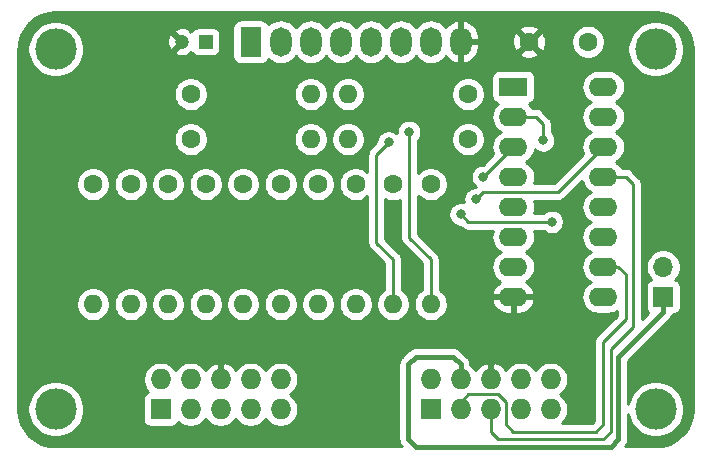
<source format=gbl>
G04 #@! TF.GenerationSoftware,KiCad,Pcbnew,(5.1.8)-1*
G04 #@! TF.CreationDate,2022-02-21T22:55:28+01:00*
G04 #@! TF.ProjectId,NEC PC Engine,4e454320-5043-4204-956e-67696e652e6b,rev?*
G04 #@! TF.SameCoordinates,Original*
G04 #@! TF.FileFunction,Copper,L2,Bot*
G04 #@! TF.FilePolarity,Positive*
%FSLAX46Y46*%
G04 Gerber Fmt 4.6, Leading zero omitted, Abs format (unit mm)*
G04 Created by KiCad (PCBNEW (5.1.8)-1) date 2022-02-21 22:55:28*
%MOMM*%
%LPD*%
G01*
G04 APERTURE LIST*
G04 #@! TA.AperFunction,ComponentPad*
%ADD10O,1.800000X2.500000*%
G04 #@! TD*
G04 #@! TA.AperFunction,ComponentPad*
%ADD11R,1.800000X2.500000*%
G04 #@! TD*
G04 #@! TA.AperFunction,ComponentPad*
%ADD12C,1.600000*%
G04 #@! TD*
G04 #@! TA.AperFunction,ComponentPad*
%ADD13O,1.600000X1.600000*%
G04 #@! TD*
G04 #@! TA.AperFunction,ComponentPad*
%ADD14O,1.727200X1.727200*%
G04 #@! TD*
G04 #@! TA.AperFunction,ComponentPad*
%ADD15R,1.727200X1.727200*%
G04 #@! TD*
G04 #@! TA.AperFunction,ComponentPad*
%ADD16C,3.500000*%
G04 #@! TD*
G04 #@! TA.AperFunction,ComponentPad*
%ADD17R,1.700000X1.700000*%
G04 #@! TD*
G04 #@! TA.AperFunction,ComponentPad*
%ADD18O,1.700000X1.700000*%
G04 #@! TD*
G04 #@! TA.AperFunction,ComponentPad*
%ADD19R,1.200000X1.200000*%
G04 #@! TD*
G04 #@! TA.AperFunction,ComponentPad*
%ADD20C,1.200000*%
G04 #@! TD*
G04 #@! TA.AperFunction,ComponentPad*
%ADD21R,2.400000X1.600000*%
G04 #@! TD*
G04 #@! TA.AperFunction,ComponentPad*
%ADD22O,2.400000X1.600000*%
G04 #@! TD*
G04 #@! TA.AperFunction,ViaPad*
%ADD23C,0.800000*%
G04 #@! TD*
G04 #@! TA.AperFunction,Conductor*
%ADD24C,0.381000*%
G04 #@! TD*
G04 #@! TA.AperFunction,Conductor*
%ADD25C,0.250000*%
G04 #@! TD*
G04 #@! TA.AperFunction,Conductor*
%ADD26C,0.254000*%
G04 #@! TD*
G04 #@! TA.AperFunction,Conductor*
%ADD27C,0.100000*%
G04 #@! TD*
G04 APERTURE END LIST*
D10*
X153035000Y-76835000D03*
X150495000Y-76835000D03*
X147955000Y-76835000D03*
X145415000Y-76835000D03*
X142875000Y-76835000D03*
X140335000Y-76835000D03*
X137795000Y-76835000D03*
D11*
X135255000Y-76835000D03*
D12*
X131445000Y-88900000D03*
D13*
X131445000Y-99060000D03*
D14*
X160655000Y-105410000D03*
X158115000Y-105410000D03*
X155575000Y-105410000D03*
X153035000Y-105410000D03*
X150495000Y-105410000D03*
X160655000Y-107950000D03*
X158115000Y-107950000D03*
X155575000Y-107950000D03*
X153035000Y-107950000D03*
D15*
X150495000Y-107950000D03*
D12*
X163830000Y-76835000D03*
X158830000Y-76835000D03*
D15*
X127635000Y-107950000D03*
D14*
X130175000Y-107950000D03*
X132715000Y-107950000D03*
X135255000Y-107950000D03*
X137795000Y-107950000D03*
X127635000Y-105410000D03*
X130175000Y-105410000D03*
X132715000Y-105410000D03*
X135255000Y-105410000D03*
X137795000Y-105410000D03*
D16*
X118745000Y-107950000D03*
X169545000Y-107950000D03*
X169545000Y-77470000D03*
X118745000Y-77455001D03*
D17*
X170180000Y-98425000D03*
D18*
X170180000Y-95885000D03*
D13*
X128270000Y-99060000D03*
D12*
X128270000Y-88900000D03*
X140970000Y-88900000D03*
D13*
X140970000Y-99060000D03*
X144145000Y-99060000D03*
D12*
X144145000Y-88900000D03*
D13*
X121920000Y-99060000D03*
D12*
X121920000Y-88900000D03*
X137795000Y-88900000D03*
D13*
X137795000Y-99060000D03*
X125095000Y-99060000D03*
D12*
X125095000Y-88900000D03*
X134620000Y-88900000D03*
D13*
X134620000Y-99060000D03*
D19*
X131445000Y-76835000D03*
D20*
X129445000Y-76835000D03*
D13*
X147320000Y-99060000D03*
D12*
X147320000Y-88900000D03*
X150495000Y-88900000D03*
D13*
X150495000Y-99060000D03*
X140335000Y-81280000D03*
D12*
X130175000Y-81280000D03*
X130175000Y-85090000D03*
D13*
X140335000Y-85090000D03*
X143510000Y-81280000D03*
D12*
X153670000Y-81280000D03*
X153670000Y-85090000D03*
D13*
X143510000Y-85090000D03*
D21*
X157480000Y-80645000D03*
D22*
X165100000Y-98425000D03*
X157480000Y-83185000D03*
X165100000Y-95885000D03*
X157480000Y-85725000D03*
X165100000Y-93345000D03*
X157480000Y-88265000D03*
X165100000Y-90805000D03*
X157480000Y-90805000D03*
X165100000Y-88265000D03*
X157480000Y-93345000D03*
X165100000Y-85725000D03*
X157480000Y-95885000D03*
X165100000Y-83185000D03*
X157480000Y-98425000D03*
X165100000Y-80645000D03*
D23*
X160745000Y-92075000D03*
X153035000Y-91440000D03*
X154940020Y-88265000D03*
X154305000Y-90170000D03*
X160020000Y-85180000D03*
X146938990Y-85344000D03*
X148665932Y-84470186D03*
D24*
X170180000Y-99695000D02*
X170180000Y-98425000D01*
X166370000Y-110490000D02*
X166370000Y-103505000D01*
X166370000Y-103505000D02*
X170180000Y-99695000D01*
X165735000Y-111125000D02*
X166370000Y-110490000D01*
X149225000Y-111125000D02*
X165735000Y-111125000D01*
X148590000Y-110490000D02*
X149225000Y-111125000D01*
X148590000Y-104140000D02*
X148590000Y-110490000D01*
X149225000Y-103505000D02*
X148590000Y-104140000D01*
X152400000Y-103505000D02*
X149225000Y-103505000D01*
X153035000Y-104140000D02*
X152400000Y-103505000D01*
X153035000Y-105410000D02*
X153035000Y-104140000D01*
D25*
X160745000Y-92075000D02*
X153670000Y-92075000D01*
X153670000Y-92075000D02*
X153035000Y-91440000D01*
X167640000Y-88900000D02*
X167005000Y-88265000D01*
X167005000Y-88265000D02*
X165100000Y-88265000D01*
X167640000Y-100965000D02*
X167640000Y-88900000D01*
X165735000Y-109855000D02*
X165735000Y-102870000D01*
X165100000Y-110490000D02*
X165735000Y-109855000D01*
X156210000Y-110490000D02*
X165100000Y-110490000D01*
X155575000Y-109855000D02*
X156210000Y-110490000D01*
X165735000Y-102870000D02*
X167640000Y-100965000D01*
X155575000Y-107950000D02*
X155575000Y-109855000D01*
X167005000Y-100330000D02*
X167005000Y-96520000D01*
X166370000Y-95885000D02*
X165100000Y-95885000D01*
X165100000Y-102235000D02*
X167005000Y-100330000D01*
X167005000Y-96520000D02*
X166370000Y-95885000D01*
X164465000Y-109855000D02*
X165100000Y-109220000D01*
X156845000Y-109220000D02*
X157480000Y-109855000D01*
X156845000Y-107315000D02*
X156845000Y-109220000D01*
X156210000Y-106680000D02*
X156845000Y-107315000D01*
X157480000Y-109855000D02*
X164465000Y-109855000D01*
X153670000Y-106680000D02*
X156210000Y-106680000D01*
X153035000Y-107315000D02*
X153670000Y-106680000D01*
X165100000Y-109220000D02*
X165100000Y-102235000D01*
X153035000Y-107950000D02*
X153035000Y-107315000D01*
X157480000Y-85725000D02*
X154940020Y-88264980D01*
X154940020Y-88264980D02*
X154940020Y-88265000D01*
X161290000Y-89535000D02*
X154940000Y-89535000D01*
X154940000Y-89535000D02*
X154305000Y-90170000D01*
X165100000Y-85725000D02*
X161290000Y-89535000D01*
X160020000Y-85180000D02*
X160020000Y-83820000D01*
X159385000Y-83185000D02*
X157480000Y-83185000D01*
X160020000Y-83820000D02*
X159385000Y-83185000D01*
X145903989Y-86379001D02*
X146938990Y-85344000D01*
X145903989Y-93833989D02*
X145903989Y-86379001D01*
X147320000Y-95250000D02*
X145903989Y-93833989D01*
X147320000Y-99060000D02*
X147320000Y-95250000D01*
X148665932Y-93420932D02*
X148665932Y-84470186D01*
X150495000Y-95250000D02*
X148665932Y-93420932D01*
X150495000Y-99060000D02*
X150495000Y-95250000D01*
D26*
X170156222Y-74383096D02*
X170744164Y-74560606D01*
X171286436Y-74848937D01*
X171762364Y-75237094D01*
X172153845Y-75710314D01*
X172445951Y-76250552D01*
X172627563Y-76837244D01*
X172695001Y-77478888D01*
X172695000Y-107917721D01*
X172631904Y-108561221D01*
X172454394Y-109149164D01*
X172166063Y-109691436D01*
X171777906Y-110167364D01*
X171304686Y-110558845D01*
X170764449Y-110850950D01*
X170177756Y-111032563D01*
X169536130Y-111100000D01*
X166927956Y-111100000D01*
X166956541Y-111076541D01*
X166982389Y-111045045D01*
X166982392Y-111045042D01*
X167059699Y-110950843D01*
X167136353Y-110807434D01*
X167162131Y-110722454D01*
X167183556Y-110651826D01*
X167195500Y-110530553D01*
X167195500Y-110530551D01*
X167199494Y-110490000D01*
X167195500Y-110449450D01*
X167195500Y-108363373D01*
X167251654Y-108645679D01*
X167431440Y-109079721D01*
X167692450Y-109470349D01*
X168024651Y-109802550D01*
X168415279Y-110063560D01*
X168849321Y-110243346D01*
X169310098Y-110335000D01*
X169779902Y-110335000D01*
X170240679Y-110243346D01*
X170674721Y-110063560D01*
X171065349Y-109802550D01*
X171397550Y-109470349D01*
X171658560Y-109079721D01*
X171838346Y-108645679D01*
X171930000Y-108184902D01*
X171930000Y-107715098D01*
X171838346Y-107254321D01*
X171658560Y-106820279D01*
X171397550Y-106429651D01*
X171065349Y-106097450D01*
X170674721Y-105836440D01*
X170240679Y-105656654D01*
X169779902Y-105565000D01*
X169310098Y-105565000D01*
X168849321Y-105656654D01*
X168415279Y-105836440D01*
X168024651Y-106097450D01*
X167692450Y-106429651D01*
X167431440Y-106820279D01*
X167251654Y-107254321D01*
X167195500Y-107536627D01*
X167195500Y-103846932D01*
X170735046Y-100307388D01*
X170766541Y-100281541D01*
X170792389Y-100250045D01*
X170792392Y-100250042D01*
X170869699Y-100155843D01*
X170946353Y-100012434D01*
X170946353Y-100012433D01*
X170976494Y-99913072D01*
X171030000Y-99913072D01*
X171154482Y-99900812D01*
X171274180Y-99864502D01*
X171384494Y-99805537D01*
X171481185Y-99726185D01*
X171560537Y-99629494D01*
X171619502Y-99519180D01*
X171655812Y-99399482D01*
X171668072Y-99275000D01*
X171668072Y-97575000D01*
X171655812Y-97450518D01*
X171619502Y-97330820D01*
X171560537Y-97220506D01*
X171481185Y-97123815D01*
X171384494Y-97044463D01*
X171274180Y-96985498D01*
X171201620Y-96963487D01*
X171333475Y-96831632D01*
X171495990Y-96588411D01*
X171607932Y-96318158D01*
X171665000Y-96031260D01*
X171665000Y-95738740D01*
X171607932Y-95451842D01*
X171495990Y-95181589D01*
X171333475Y-94938368D01*
X171126632Y-94731525D01*
X170883411Y-94569010D01*
X170613158Y-94457068D01*
X170326260Y-94400000D01*
X170033740Y-94400000D01*
X169746842Y-94457068D01*
X169476589Y-94569010D01*
X169233368Y-94731525D01*
X169026525Y-94938368D01*
X168864010Y-95181589D01*
X168752068Y-95451842D01*
X168695000Y-95738740D01*
X168695000Y-96031260D01*
X168752068Y-96318158D01*
X168864010Y-96588411D01*
X169026525Y-96831632D01*
X169158380Y-96963487D01*
X169085820Y-96985498D01*
X168975506Y-97044463D01*
X168878815Y-97123815D01*
X168799463Y-97220506D01*
X168740498Y-97330820D01*
X168704188Y-97450518D01*
X168691928Y-97575000D01*
X168691928Y-99275000D01*
X168704188Y-99399482D01*
X168740498Y-99519180D01*
X168799463Y-99629494D01*
X168878815Y-99726185D01*
X168935149Y-99772417D01*
X168400000Y-100307567D01*
X168400000Y-88937333D01*
X168403677Y-88900000D01*
X168389003Y-88751014D01*
X168345546Y-88607753D01*
X168274974Y-88475724D01*
X168203799Y-88388997D01*
X168180001Y-88359999D01*
X168151002Y-88336200D01*
X167568803Y-87754002D01*
X167545001Y-87724999D01*
X167429276Y-87630026D01*
X167297247Y-87559454D01*
X167153986Y-87515997D01*
X167042333Y-87505000D01*
X167042322Y-87505000D01*
X167005000Y-87501324D01*
X166967678Y-87505000D01*
X166720901Y-87505000D01*
X166698932Y-87463899D01*
X166519608Y-87245392D01*
X166301101Y-87066068D01*
X166168142Y-86995000D01*
X166301101Y-86923932D01*
X166519608Y-86744608D01*
X166698932Y-86526101D01*
X166832182Y-86276808D01*
X166914236Y-86006309D01*
X166941943Y-85725000D01*
X166914236Y-85443691D01*
X166832182Y-85173192D01*
X166698932Y-84923899D01*
X166519608Y-84705392D01*
X166301101Y-84526068D01*
X166168142Y-84455000D01*
X166301101Y-84383932D01*
X166519608Y-84204608D01*
X166698932Y-83986101D01*
X166832182Y-83736808D01*
X166914236Y-83466309D01*
X166941943Y-83185000D01*
X166914236Y-82903691D01*
X166832182Y-82633192D01*
X166698932Y-82383899D01*
X166519608Y-82165392D01*
X166301101Y-81986068D01*
X166168142Y-81915000D01*
X166301101Y-81843932D01*
X166519608Y-81664608D01*
X166698932Y-81446101D01*
X166832182Y-81196808D01*
X166914236Y-80926309D01*
X166941943Y-80645000D01*
X166914236Y-80363691D01*
X166832182Y-80093192D01*
X166698932Y-79843899D01*
X166519608Y-79625392D01*
X166301101Y-79446068D01*
X166051808Y-79312818D01*
X165781309Y-79230764D01*
X165570492Y-79210000D01*
X164629508Y-79210000D01*
X164418691Y-79230764D01*
X164148192Y-79312818D01*
X163898899Y-79446068D01*
X163680392Y-79625392D01*
X163501068Y-79843899D01*
X163367818Y-80093192D01*
X163285764Y-80363691D01*
X163258057Y-80645000D01*
X163285764Y-80926309D01*
X163367818Y-81196808D01*
X163501068Y-81446101D01*
X163680392Y-81664608D01*
X163898899Y-81843932D01*
X164031858Y-81915000D01*
X163898899Y-81986068D01*
X163680392Y-82165392D01*
X163501068Y-82383899D01*
X163367818Y-82633192D01*
X163285764Y-82903691D01*
X163258057Y-83185000D01*
X163285764Y-83466309D01*
X163367818Y-83736808D01*
X163501068Y-83986101D01*
X163680392Y-84204608D01*
X163898899Y-84383932D01*
X164031858Y-84455000D01*
X163898899Y-84526068D01*
X163680392Y-84705392D01*
X163501068Y-84923899D01*
X163367818Y-85173192D01*
X163285764Y-85443691D01*
X163258057Y-85725000D01*
X163285764Y-86006309D01*
X163367818Y-86276808D01*
X163404592Y-86345607D01*
X160975199Y-88775000D01*
X159224864Y-88775000D01*
X159294236Y-88546309D01*
X159321943Y-88265000D01*
X159294236Y-87983691D01*
X159212182Y-87713192D01*
X159078932Y-87463899D01*
X158899608Y-87245392D01*
X158681101Y-87066068D01*
X158548142Y-86995000D01*
X158681101Y-86923932D01*
X158899608Y-86744608D01*
X159078932Y-86526101D01*
X159212182Y-86276808D01*
X159294236Y-86006309D01*
X159302159Y-85925870D01*
X159360226Y-85983937D01*
X159529744Y-86097205D01*
X159718102Y-86175226D01*
X159918061Y-86215000D01*
X160121939Y-86215000D01*
X160321898Y-86175226D01*
X160510256Y-86097205D01*
X160679774Y-85983937D01*
X160823937Y-85839774D01*
X160937205Y-85670256D01*
X161015226Y-85481898D01*
X161055000Y-85281939D01*
X161055000Y-85078061D01*
X161015226Y-84878102D01*
X160937205Y-84689744D01*
X160823937Y-84520226D01*
X160780000Y-84476289D01*
X160780000Y-83857333D01*
X160783677Y-83820000D01*
X160769003Y-83671014D01*
X160725546Y-83527753D01*
X160654974Y-83395724D01*
X160583799Y-83308997D01*
X160560001Y-83279999D01*
X160531002Y-83256200D01*
X159948803Y-82674002D01*
X159925001Y-82644999D01*
X159809276Y-82550026D01*
X159677247Y-82479454D01*
X159533986Y-82435997D01*
X159422333Y-82425000D01*
X159422322Y-82425000D01*
X159385000Y-82421324D01*
X159347678Y-82425000D01*
X159100901Y-82425000D01*
X159078932Y-82383899D01*
X158899608Y-82165392D01*
X158786518Y-82072581D01*
X158804482Y-82070812D01*
X158924180Y-82034502D01*
X159034494Y-81975537D01*
X159131185Y-81896185D01*
X159210537Y-81799494D01*
X159269502Y-81689180D01*
X159305812Y-81569482D01*
X159318072Y-81445000D01*
X159318072Y-79845000D01*
X159305812Y-79720518D01*
X159269502Y-79600820D01*
X159210537Y-79490506D01*
X159131185Y-79393815D01*
X159034494Y-79314463D01*
X158924180Y-79255498D01*
X158804482Y-79219188D01*
X158680000Y-79206928D01*
X156280000Y-79206928D01*
X156155518Y-79219188D01*
X156035820Y-79255498D01*
X155925506Y-79314463D01*
X155828815Y-79393815D01*
X155749463Y-79490506D01*
X155690498Y-79600820D01*
X155654188Y-79720518D01*
X155641928Y-79845000D01*
X155641928Y-81445000D01*
X155654188Y-81569482D01*
X155690498Y-81689180D01*
X155749463Y-81799494D01*
X155828815Y-81896185D01*
X155925506Y-81975537D01*
X156035820Y-82034502D01*
X156155518Y-82070812D01*
X156173482Y-82072581D01*
X156060392Y-82165392D01*
X155881068Y-82383899D01*
X155747818Y-82633192D01*
X155665764Y-82903691D01*
X155638057Y-83185000D01*
X155665764Y-83466309D01*
X155747818Y-83736808D01*
X155881068Y-83986101D01*
X156060392Y-84204608D01*
X156278899Y-84383932D01*
X156411858Y-84455000D01*
X156278899Y-84526068D01*
X156060392Y-84705392D01*
X155881068Y-84923899D01*
X155747818Y-85173192D01*
X155665764Y-85443691D01*
X155638057Y-85725000D01*
X155665764Y-86006309D01*
X155747818Y-86276808D01*
X155784592Y-86345607D01*
X154900199Y-87230000D01*
X154838081Y-87230000D01*
X154638122Y-87269774D01*
X154449764Y-87347795D01*
X154280246Y-87461063D01*
X154136083Y-87605226D01*
X154022815Y-87774744D01*
X153944794Y-87963102D01*
X153905020Y-88163061D01*
X153905020Y-88366939D01*
X153944794Y-88566898D01*
X154022815Y-88755256D01*
X154136083Y-88924774D01*
X154280246Y-89068937D01*
X154310827Y-89089371D01*
X154265198Y-89135000D01*
X154203061Y-89135000D01*
X154003102Y-89174774D01*
X153814744Y-89252795D01*
X153645226Y-89366063D01*
X153501063Y-89510226D01*
X153387795Y-89679744D01*
X153309774Y-89868102D01*
X153270000Y-90068061D01*
X153270000Y-90271939D01*
X153303039Y-90438039D01*
X153136939Y-90405000D01*
X152933061Y-90405000D01*
X152733102Y-90444774D01*
X152544744Y-90522795D01*
X152375226Y-90636063D01*
X152231063Y-90780226D01*
X152117795Y-90949744D01*
X152039774Y-91138102D01*
X152000000Y-91338061D01*
X152000000Y-91541939D01*
X152039774Y-91741898D01*
X152117795Y-91930256D01*
X152231063Y-92099774D01*
X152375226Y-92243937D01*
X152544744Y-92357205D01*
X152733102Y-92435226D01*
X152933061Y-92475000D01*
X152995198Y-92475000D01*
X153106200Y-92586002D01*
X153129999Y-92615001D01*
X153158997Y-92638799D01*
X153245724Y-92709974D01*
X153377753Y-92780546D01*
X153521014Y-92824003D01*
X153670000Y-92838677D01*
X153707333Y-92835000D01*
X155735136Y-92835000D01*
X155665764Y-93063691D01*
X155638057Y-93345000D01*
X155665764Y-93626309D01*
X155747818Y-93896808D01*
X155881068Y-94146101D01*
X156060392Y-94364608D01*
X156278899Y-94543932D01*
X156411858Y-94615000D01*
X156278899Y-94686068D01*
X156060392Y-94865392D01*
X155881068Y-95083899D01*
X155747818Y-95333192D01*
X155665764Y-95603691D01*
X155638057Y-95885000D01*
X155665764Y-96166309D01*
X155747818Y-96436808D01*
X155881068Y-96686101D01*
X156060392Y-96904608D01*
X156278899Y-97083932D01*
X156406741Y-97152265D01*
X156177161Y-97302399D01*
X155975500Y-97500105D01*
X155816285Y-97733354D01*
X155705633Y-97993182D01*
X155688096Y-98075961D01*
X155810085Y-98298000D01*
X157353000Y-98298000D01*
X157353000Y-98278000D01*
X157607000Y-98278000D01*
X157607000Y-98298000D01*
X159149915Y-98298000D01*
X159271904Y-98075961D01*
X159254367Y-97993182D01*
X159143715Y-97733354D01*
X158984500Y-97500105D01*
X158782839Y-97302399D01*
X158553259Y-97152265D01*
X158681101Y-97083932D01*
X158899608Y-96904608D01*
X159078932Y-96686101D01*
X159212182Y-96436808D01*
X159294236Y-96166309D01*
X159321943Y-95885000D01*
X159294236Y-95603691D01*
X159212182Y-95333192D01*
X159078932Y-95083899D01*
X158899608Y-94865392D01*
X158681101Y-94686068D01*
X158548142Y-94615000D01*
X158681101Y-94543932D01*
X158899608Y-94364608D01*
X159078932Y-94146101D01*
X159212182Y-93896808D01*
X159294236Y-93626309D01*
X159321943Y-93345000D01*
X159294236Y-93063691D01*
X159224864Y-92835000D01*
X160041289Y-92835000D01*
X160085226Y-92878937D01*
X160254744Y-92992205D01*
X160443102Y-93070226D01*
X160643061Y-93110000D01*
X160846939Y-93110000D01*
X161046898Y-93070226D01*
X161235256Y-92992205D01*
X161404774Y-92878937D01*
X161548937Y-92734774D01*
X161662205Y-92565256D01*
X161740226Y-92376898D01*
X161780000Y-92176939D01*
X161780000Y-91973061D01*
X161740226Y-91773102D01*
X161662205Y-91584744D01*
X161548937Y-91415226D01*
X161404774Y-91271063D01*
X161235256Y-91157795D01*
X161046898Y-91079774D01*
X160846939Y-91040000D01*
X160643061Y-91040000D01*
X160443102Y-91079774D01*
X160254744Y-91157795D01*
X160085226Y-91271063D01*
X160041289Y-91315000D01*
X159224864Y-91315000D01*
X159294236Y-91086309D01*
X159321943Y-90805000D01*
X159294236Y-90523691D01*
X159224864Y-90295000D01*
X161252678Y-90295000D01*
X161290000Y-90298676D01*
X161327322Y-90295000D01*
X161327333Y-90295000D01*
X161438986Y-90284003D01*
X161582247Y-90240546D01*
X161714276Y-90169974D01*
X161830001Y-90075001D01*
X161853804Y-90045997D01*
X163301527Y-88598274D01*
X163367818Y-88816808D01*
X163501068Y-89066101D01*
X163680392Y-89284608D01*
X163898899Y-89463932D01*
X164031858Y-89535000D01*
X163898899Y-89606068D01*
X163680392Y-89785392D01*
X163501068Y-90003899D01*
X163367818Y-90253192D01*
X163285764Y-90523691D01*
X163258057Y-90805000D01*
X163285764Y-91086309D01*
X163367818Y-91356808D01*
X163501068Y-91606101D01*
X163680392Y-91824608D01*
X163898899Y-92003932D01*
X164031858Y-92075000D01*
X163898899Y-92146068D01*
X163680392Y-92325392D01*
X163501068Y-92543899D01*
X163367818Y-92793192D01*
X163285764Y-93063691D01*
X163258057Y-93345000D01*
X163285764Y-93626309D01*
X163367818Y-93896808D01*
X163501068Y-94146101D01*
X163680392Y-94364608D01*
X163898899Y-94543932D01*
X164031858Y-94615000D01*
X163898899Y-94686068D01*
X163680392Y-94865392D01*
X163501068Y-95083899D01*
X163367818Y-95333192D01*
X163285764Y-95603691D01*
X163258057Y-95885000D01*
X163285764Y-96166309D01*
X163367818Y-96436808D01*
X163501068Y-96686101D01*
X163680392Y-96904608D01*
X163898899Y-97083932D01*
X164031858Y-97155000D01*
X163898899Y-97226068D01*
X163680392Y-97405392D01*
X163501068Y-97623899D01*
X163367818Y-97873192D01*
X163285764Y-98143691D01*
X163258057Y-98425000D01*
X163285764Y-98706309D01*
X163367818Y-98976808D01*
X163501068Y-99226101D01*
X163680392Y-99444608D01*
X163898899Y-99623932D01*
X164148192Y-99757182D01*
X164418691Y-99839236D01*
X164629508Y-99860000D01*
X165570492Y-99860000D01*
X165781309Y-99839236D01*
X166051808Y-99757182D01*
X166245000Y-99653919D01*
X166245000Y-100015198D01*
X164588998Y-101671201D01*
X164560000Y-101694999D01*
X164536202Y-101723997D01*
X164536201Y-101723998D01*
X164465026Y-101810724D01*
X164394454Y-101942754D01*
X164364180Y-102042558D01*
X164350998Y-102086014D01*
X164343272Y-102164454D01*
X164336324Y-102235000D01*
X164340001Y-102272332D01*
X164340000Y-108905198D01*
X164150199Y-109095000D01*
X161629341Y-109095000D01*
X161819039Y-108905302D01*
X161983042Y-108659853D01*
X162096010Y-108387125D01*
X162153600Y-108097599D01*
X162153600Y-107802401D01*
X162096010Y-107512875D01*
X161983042Y-107240147D01*
X161819039Y-106994698D01*
X161610302Y-106785961D01*
X161451719Y-106680000D01*
X161610302Y-106574039D01*
X161819039Y-106365302D01*
X161983042Y-106119853D01*
X162096010Y-105847125D01*
X162153600Y-105557599D01*
X162153600Y-105262401D01*
X162096010Y-104972875D01*
X161983042Y-104700147D01*
X161819039Y-104454698D01*
X161610302Y-104245961D01*
X161364853Y-104081958D01*
X161092125Y-103968990D01*
X160802599Y-103911400D01*
X160507401Y-103911400D01*
X160217875Y-103968990D01*
X159945147Y-104081958D01*
X159699698Y-104245961D01*
X159490961Y-104454698D01*
X159385000Y-104613281D01*
X159279039Y-104454698D01*
X159070302Y-104245961D01*
X158824853Y-104081958D01*
X158552125Y-103968990D01*
X158262599Y-103911400D01*
X157967401Y-103911400D01*
X157677875Y-103968990D01*
X157405147Y-104081958D01*
X157159698Y-104245961D01*
X156950961Y-104454698D01*
X156840441Y-104620103D01*
X156781817Y-104521512D01*
X156585293Y-104303146D01*
X156349944Y-104127316D01*
X156084814Y-104000778D01*
X155934026Y-103955042D01*
X155702000Y-104076183D01*
X155702000Y-105283000D01*
X155722000Y-105283000D01*
X155722000Y-105537000D01*
X155702000Y-105537000D01*
X155702000Y-105557000D01*
X155448000Y-105557000D01*
X155448000Y-105537000D01*
X155428000Y-105537000D01*
X155428000Y-105283000D01*
X155448000Y-105283000D01*
X155448000Y-104076183D01*
X155215974Y-103955042D01*
X155065186Y-104000778D01*
X154800056Y-104127316D01*
X154564707Y-104303146D01*
X154368183Y-104521512D01*
X154309559Y-104620103D01*
X154199039Y-104454698D01*
X153990302Y-104245961D01*
X153862470Y-104160547D01*
X153864494Y-104140000D01*
X153859721Y-104091540D01*
X153848556Y-103978174D01*
X153801353Y-103822566D01*
X153724700Y-103679159D01*
X153724699Y-103679157D01*
X153647392Y-103584958D01*
X153647389Y-103584955D01*
X153621541Y-103553459D01*
X153590044Y-103527610D01*
X153012397Y-102949965D01*
X152986541Y-102918459D01*
X152860842Y-102815301D01*
X152717434Y-102738647D01*
X152561826Y-102691444D01*
X152440553Y-102679500D01*
X152440550Y-102679500D01*
X152400000Y-102675506D01*
X152359450Y-102679500D01*
X149265550Y-102679500D01*
X149225000Y-102675506D01*
X149184449Y-102679500D01*
X149184447Y-102679500D01*
X149063174Y-102691444D01*
X148907566Y-102738647D01*
X148764157Y-102815301D01*
X148669958Y-102892608D01*
X148669957Y-102892609D01*
X148638459Y-102918459D01*
X148612610Y-102949956D01*
X148034965Y-103527603D01*
X148003459Y-103553459D01*
X147934214Y-103637835D01*
X147900301Y-103679158D01*
X147823719Y-103822433D01*
X147823647Y-103822567D01*
X147776444Y-103978175D01*
X147766223Y-104081958D01*
X147760506Y-104140000D01*
X147764500Y-104180551D01*
X147764501Y-110449440D01*
X147760506Y-110490000D01*
X147776445Y-110651826D01*
X147823647Y-110807433D01*
X147900301Y-110950842D01*
X147961078Y-111024898D01*
X148003460Y-111076541D01*
X148032045Y-111100000D01*
X118777279Y-111100000D01*
X118133779Y-111036904D01*
X117545836Y-110859394D01*
X117003564Y-110571063D01*
X116527636Y-110182906D01*
X116136155Y-109709686D01*
X115844050Y-109169449D01*
X115662437Y-108582756D01*
X115595000Y-107941130D01*
X115595000Y-107715098D01*
X116360000Y-107715098D01*
X116360000Y-108184902D01*
X116451654Y-108645679D01*
X116631440Y-109079721D01*
X116892450Y-109470349D01*
X117224651Y-109802550D01*
X117615279Y-110063560D01*
X118049321Y-110243346D01*
X118510098Y-110335000D01*
X118979902Y-110335000D01*
X119440679Y-110243346D01*
X119874721Y-110063560D01*
X120265349Y-109802550D01*
X120597550Y-109470349D01*
X120858560Y-109079721D01*
X121038346Y-108645679D01*
X121130000Y-108184902D01*
X121130000Y-107715098D01*
X121038346Y-107254321D01*
X120968791Y-107086400D01*
X126133328Y-107086400D01*
X126133328Y-108813600D01*
X126145588Y-108938082D01*
X126181898Y-109057780D01*
X126240863Y-109168094D01*
X126320215Y-109264785D01*
X126416906Y-109344137D01*
X126527220Y-109403102D01*
X126646918Y-109439412D01*
X126771400Y-109451672D01*
X128498600Y-109451672D01*
X128623082Y-109439412D01*
X128742780Y-109403102D01*
X128853094Y-109344137D01*
X128949785Y-109264785D01*
X129029137Y-109168094D01*
X129088102Y-109057780D01*
X129105636Y-108999977D01*
X129219698Y-109114039D01*
X129465147Y-109278042D01*
X129737875Y-109391010D01*
X130027401Y-109448600D01*
X130322599Y-109448600D01*
X130612125Y-109391010D01*
X130884853Y-109278042D01*
X131130302Y-109114039D01*
X131339039Y-108905302D01*
X131445000Y-108746719D01*
X131550961Y-108905302D01*
X131759698Y-109114039D01*
X132005147Y-109278042D01*
X132277875Y-109391010D01*
X132567401Y-109448600D01*
X132862599Y-109448600D01*
X133152125Y-109391010D01*
X133424853Y-109278042D01*
X133670302Y-109114039D01*
X133879039Y-108905302D01*
X133985000Y-108746719D01*
X134090961Y-108905302D01*
X134299698Y-109114039D01*
X134545147Y-109278042D01*
X134817875Y-109391010D01*
X135107401Y-109448600D01*
X135402599Y-109448600D01*
X135692125Y-109391010D01*
X135964853Y-109278042D01*
X136210302Y-109114039D01*
X136419039Y-108905302D01*
X136525000Y-108746719D01*
X136630961Y-108905302D01*
X136839698Y-109114039D01*
X137085147Y-109278042D01*
X137357875Y-109391010D01*
X137647401Y-109448600D01*
X137942599Y-109448600D01*
X138232125Y-109391010D01*
X138504853Y-109278042D01*
X138750302Y-109114039D01*
X138959039Y-108905302D01*
X139123042Y-108659853D01*
X139236010Y-108387125D01*
X139293600Y-108097599D01*
X139293600Y-107802401D01*
X139236010Y-107512875D01*
X139123042Y-107240147D01*
X138959039Y-106994698D01*
X138750302Y-106785961D01*
X138591719Y-106680000D01*
X138750302Y-106574039D01*
X138959039Y-106365302D01*
X139123042Y-106119853D01*
X139236010Y-105847125D01*
X139293600Y-105557599D01*
X139293600Y-105262401D01*
X139236010Y-104972875D01*
X139123042Y-104700147D01*
X138959039Y-104454698D01*
X138750302Y-104245961D01*
X138504853Y-104081958D01*
X138232125Y-103968990D01*
X137942599Y-103911400D01*
X137647401Y-103911400D01*
X137357875Y-103968990D01*
X137085147Y-104081958D01*
X136839698Y-104245961D01*
X136630961Y-104454698D01*
X136525000Y-104613281D01*
X136419039Y-104454698D01*
X136210302Y-104245961D01*
X135964853Y-104081958D01*
X135692125Y-103968990D01*
X135402599Y-103911400D01*
X135107401Y-103911400D01*
X134817875Y-103968990D01*
X134545147Y-104081958D01*
X134299698Y-104245961D01*
X134090961Y-104454698D01*
X133980441Y-104620103D01*
X133921817Y-104521512D01*
X133725293Y-104303146D01*
X133489944Y-104127316D01*
X133224814Y-104000778D01*
X133074026Y-103955042D01*
X132842000Y-104076183D01*
X132842000Y-105283000D01*
X132862000Y-105283000D01*
X132862000Y-105537000D01*
X132842000Y-105537000D01*
X132842000Y-105557000D01*
X132588000Y-105557000D01*
X132588000Y-105537000D01*
X132568000Y-105537000D01*
X132568000Y-105283000D01*
X132588000Y-105283000D01*
X132588000Y-104076183D01*
X132355974Y-103955042D01*
X132205186Y-104000778D01*
X131940056Y-104127316D01*
X131704707Y-104303146D01*
X131508183Y-104521512D01*
X131449559Y-104620103D01*
X131339039Y-104454698D01*
X131130302Y-104245961D01*
X130884853Y-104081958D01*
X130612125Y-103968990D01*
X130322599Y-103911400D01*
X130027401Y-103911400D01*
X129737875Y-103968990D01*
X129465147Y-104081958D01*
X129219698Y-104245961D01*
X129010961Y-104454698D01*
X128905000Y-104613281D01*
X128799039Y-104454698D01*
X128590302Y-104245961D01*
X128344853Y-104081958D01*
X128072125Y-103968990D01*
X127782599Y-103911400D01*
X127487401Y-103911400D01*
X127197875Y-103968990D01*
X126925147Y-104081958D01*
X126679698Y-104245961D01*
X126470961Y-104454698D01*
X126306958Y-104700147D01*
X126193990Y-104972875D01*
X126136400Y-105262401D01*
X126136400Y-105557599D01*
X126193990Y-105847125D01*
X126306958Y-106119853D01*
X126470961Y-106365302D01*
X126585023Y-106479364D01*
X126527220Y-106496898D01*
X126416906Y-106555863D01*
X126320215Y-106635215D01*
X126240863Y-106731906D01*
X126181898Y-106842220D01*
X126145588Y-106961918D01*
X126133328Y-107086400D01*
X120968791Y-107086400D01*
X120858560Y-106820279D01*
X120597550Y-106429651D01*
X120265349Y-106097450D01*
X119874721Y-105836440D01*
X119440679Y-105656654D01*
X118979902Y-105565000D01*
X118510098Y-105565000D01*
X118049321Y-105656654D01*
X117615279Y-105836440D01*
X117224651Y-106097450D01*
X116892450Y-106429651D01*
X116631440Y-106820279D01*
X116451654Y-107254321D01*
X116360000Y-107715098D01*
X115595000Y-107715098D01*
X115595000Y-98918665D01*
X120485000Y-98918665D01*
X120485000Y-99201335D01*
X120540147Y-99478574D01*
X120648320Y-99739727D01*
X120805363Y-99974759D01*
X121005241Y-100174637D01*
X121240273Y-100331680D01*
X121501426Y-100439853D01*
X121778665Y-100495000D01*
X122061335Y-100495000D01*
X122338574Y-100439853D01*
X122599727Y-100331680D01*
X122834759Y-100174637D01*
X123034637Y-99974759D01*
X123191680Y-99739727D01*
X123299853Y-99478574D01*
X123355000Y-99201335D01*
X123355000Y-98918665D01*
X123660000Y-98918665D01*
X123660000Y-99201335D01*
X123715147Y-99478574D01*
X123823320Y-99739727D01*
X123980363Y-99974759D01*
X124180241Y-100174637D01*
X124415273Y-100331680D01*
X124676426Y-100439853D01*
X124953665Y-100495000D01*
X125236335Y-100495000D01*
X125513574Y-100439853D01*
X125774727Y-100331680D01*
X126009759Y-100174637D01*
X126209637Y-99974759D01*
X126366680Y-99739727D01*
X126474853Y-99478574D01*
X126530000Y-99201335D01*
X126530000Y-98918665D01*
X126835000Y-98918665D01*
X126835000Y-99201335D01*
X126890147Y-99478574D01*
X126998320Y-99739727D01*
X127155363Y-99974759D01*
X127355241Y-100174637D01*
X127590273Y-100331680D01*
X127851426Y-100439853D01*
X128128665Y-100495000D01*
X128411335Y-100495000D01*
X128688574Y-100439853D01*
X128949727Y-100331680D01*
X129184759Y-100174637D01*
X129384637Y-99974759D01*
X129541680Y-99739727D01*
X129649853Y-99478574D01*
X129705000Y-99201335D01*
X129705000Y-98918665D01*
X130010000Y-98918665D01*
X130010000Y-99201335D01*
X130065147Y-99478574D01*
X130173320Y-99739727D01*
X130330363Y-99974759D01*
X130530241Y-100174637D01*
X130765273Y-100331680D01*
X131026426Y-100439853D01*
X131303665Y-100495000D01*
X131586335Y-100495000D01*
X131863574Y-100439853D01*
X132124727Y-100331680D01*
X132359759Y-100174637D01*
X132559637Y-99974759D01*
X132716680Y-99739727D01*
X132824853Y-99478574D01*
X132880000Y-99201335D01*
X132880000Y-98918665D01*
X133185000Y-98918665D01*
X133185000Y-99201335D01*
X133240147Y-99478574D01*
X133348320Y-99739727D01*
X133505363Y-99974759D01*
X133705241Y-100174637D01*
X133940273Y-100331680D01*
X134201426Y-100439853D01*
X134478665Y-100495000D01*
X134761335Y-100495000D01*
X135038574Y-100439853D01*
X135299727Y-100331680D01*
X135534759Y-100174637D01*
X135734637Y-99974759D01*
X135891680Y-99739727D01*
X135999853Y-99478574D01*
X136055000Y-99201335D01*
X136055000Y-98918665D01*
X136360000Y-98918665D01*
X136360000Y-99201335D01*
X136415147Y-99478574D01*
X136523320Y-99739727D01*
X136680363Y-99974759D01*
X136880241Y-100174637D01*
X137115273Y-100331680D01*
X137376426Y-100439853D01*
X137653665Y-100495000D01*
X137936335Y-100495000D01*
X138213574Y-100439853D01*
X138474727Y-100331680D01*
X138709759Y-100174637D01*
X138909637Y-99974759D01*
X139066680Y-99739727D01*
X139174853Y-99478574D01*
X139230000Y-99201335D01*
X139230000Y-98918665D01*
X139535000Y-98918665D01*
X139535000Y-99201335D01*
X139590147Y-99478574D01*
X139698320Y-99739727D01*
X139855363Y-99974759D01*
X140055241Y-100174637D01*
X140290273Y-100331680D01*
X140551426Y-100439853D01*
X140828665Y-100495000D01*
X141111335Y-100495000D01*
X141388574Y-100439853D01*
X141649727Y-100331680D01*
X141884759Y-100174637D01*
X142084637Y-99974759D01*
X142241680Y-99739727D01*
X142349853Y-99478574D01*
X142405000Y-99201335D01*
X142405000Y-98918665D01*
X142710000Y-98918665D01*
X142710000Y-99201335D01*
X142765147Y-99478574D01*
X142873320Y-99739727D01*
X143030363Y-99974759D01*
X143230241Y-100174637D01*
X143465273Y-100331680D01*
X143726426Y-100439853D01*
X144003665Y-100495000D01*
X144286335Y-100495000D01*
X144563574Y-100439853D01*
X144824727Y-100331680D01*
X145059759Y-100174637D01*
X145259637Y-99974759D01*
X145416680Y-99739727D01*
X145524853Y-99478574D01*
X145580000Y-99201335D01*
X145580000Y-98918665D01*
X145524853Y-98641426D01*
X145416680Y-98380273D01*
X145259637Y-98145241D01*
X145059759Y-97945363D01*
X144824727Y-97788320D01*
X144563574Y-97680147D01*
X144286335Y-97625000D01*
X144003665Y-97625000D01*
X143726426Y-97680147D01*
X143465273Y-97788320D01*
X143230241Y-97945363D01*
X143030363Y-98145241D01*
X142873320Y-98380273D01*
X142765147Y-98641426D01*
X142710000Y-98918665D01*
X142405000Y-98918665D01*
X142349853Y-98641426D01*
X142241680Y-98380273D01*
X142084637Y-98145241D01*
X141884759Y-97945363D01*
X141649727Y-97788320D01*
X141388574Y-97680147D01*
X141111335Y-97625000D01*
X140828665Y-97625000D01*
X140551426Y-97680147D01*
X140290273Y-97788320D01*
X140055241Y-97945363D01*
X139855363Y-98145241D01*
X139698320Y-98380273D01*
X139590147Y-98641426D01*
X139535000Y-98918665D01*
X139230000Y-98918665D01*
X139174853Y-98641426D01*
X139066680Y-98380273D01*
X138909637Y-98145241D01*
X138709759Y-97945363D01*
X138474727Y-97788320D01*
X138213574Y-97680147D01*
X137936335Y-97625000D01*
X137653665Y-97625000D01*
X137376426Y-97680147D01*
X137115273Y-97788320D01*
X136880241Y-97945363D01*
X136680363Y-98145241D01*
X136523320Y-98380273D01*
X136415147Y-98641426D01*
X136360000Y-98918665D01*
X136055000Y-98918665D01*
X135999853Y-98641426D01*
X135891680Y-98380273D01*
X135734637Y-98145241D01*
X135534759Y-97945363D01*
X135299727Y-97788320D01*
X135038574Y-97680147D01*
X134761335Y-97625000D01*
X134478665Y-97625000D01*
X134201426Y-97680147D01*
X133940273Y-97788320D01*
X133705241Y-97945363D01*
X133505363Y-98145241D01*
X133348320Y-98380273D01*
X133240147Y-98641426D01*
X133185000Y-98918665D01*
X132880000Y-98918665D01*
X132824853Y-98641426D01*
X132716680Y-98380273D01*
X132559637Y-98145241D01*
X132359759Y-97945363D01*
X132124727Y-97788320D01*
X131863574Y-97680147D01*
X131586335Y-97625000D01*
X131303665Y-97625000D01*
X131026426Y-97680147D01*
X130765273Y-97788320D01*
X130530241Y-97945363D01*
X130330363Y-98145241D01*
X130173320Y-98380273D01*
X130065147Y-98641426D01*
X130010000Y-98918665D01*
X129705000Y-98918665D01*
X129649853Y-98641426D01*
X129541680Y-98380273D01*
X129384637Y-98145241D01*
X129184759Y-97945363D01*
X128949727Y-97788320D01*
X128688574Y-97680147D01*
X128411335Y-97625000D01*
X128128665Y-97625000D01*
X127851426Y-97680147D01*
X127590273Y-97788320D01*
X127355241Y-97945363D01*
X127155363Y-98145241D01*
X126998320Y-98380273D01*
X126890147Y-98641426D01*
X126835000Y-98918665D01*
X126530000Y-98918665D01*
X126474853Y-98641426D01*
X126366680Y-98380273D01*
X126209637Y-98145241D01*
X126009759Y-97945363D01*
X125774727Y-97788320D01*
X125513574Y-97680147D01*
X125236335Y-97625000D01*
X124953665Y-97625000D01*
X124676426Y-97680147D01*
X124415273Y-97788320D01*
X124180241Y-97945363D01*
X123980363Y-98145241D01*
X123823320Y-98380273D01*
X123715147Y-98641426D01*
X123660000Y-98918665D01*
X123355000Y-98918665D01*
X123299853Y-98641426D01*
X123191680Y-98380273D01*
X123034637Y-98145241D01*
X122834759Y-97945363D01*
X122599727Y-97788320D01*
X122338574Y-97680147D01*
X122061335Y-97625000D01*
X121778665Y-97625000D01*
X121501426Y-97680147D01*
X121240273Y-97788320D01*
X121005241Y-97945363D01*
X120805363Y-98145241D01*
X120648320Y-98380273D01*
X120540147Y-98641426D01*
X120485000Y-98918665D01*
X115595000Y-98918665D01*
X115595000Y-88758665D01*
X120485000Y-88758665D01*
X120485000Y-89041335D01*
X120540147Y-89318574D01*
X120648320Y-89579727D01*
X120805363Y-89814759D01*
X121005241Y-90014637D01*
X121240273Y-90171680D01*
X121501426Y-90279853D01*
X121778665Y-90335000D01*
X122061335Y-90335000D01*
X122338574Y-90279853D01*
X122599727Y-90171680D01*
X122834759Y-90014637D01*
X123034637Y-89814759D01*
X123191680Y-89579727D01*
X123299853Y-89318574D01*
X123355000Y-89041335D01*
X123355000Y-88758665D01*
X123660000Y-88758665D01*
X123660000Y-89041335D01*
X123715147Y-89318574D01*
X123823320Y-89579727D01*
X123980363Y-89814759D01*
X124180241Y-90014637D01*
X124415273Y-90171680D01*
X124676426Y-90279853D01*
X124953665Y-90335000D01*
X125236335Y-90335000D01*
X125513574Y-90279853D01*
X125774727Y-90171680D01*
X126009759Y-90014637D01*
X126209637Y-89814759D01*
X126366680Y-89579727D01*
X126474853Y-89318574D01*
X126530000Y-89041335D01*
X126530000Y-88758665D01*
X126835000Y-88758665D01*
X126835000Y-89041335D01*
X126890147Y-89318574D01*
X126998320Y-89579727D01*
X127155363Y-89814759D01*
X127355241Y-90014637D01*
X127590273Y-90171680D01*
X127851426Y-90279853D01*
X128128665Y-90335000D01*
X128411335Y-90335000D01*
X128688574Y-90279853D01*
X128949727Y-90171680D01*
X129184759Y-90014637D01*
X129384637Y-89814759D01*
X129541680Y-89579727D01*
X129649853Y-89318574D01*
X129705000Y-89041335D01*
X129705000Y-88758665D01*
X130010000Y-88758665D01*
X130010000Y-89041335D01*
X130065147Y-89318574D01*
X130173320Y-89579727D01*
X130330363Y-89814759D01*
X130530241Y-90014637D01*
X130765273Y-90171680D01*
X131026426Y-90279853D01*
X131303665Y-90335000D01*
X131586335Y-90335000D01*
X131863574Y-90279853D01*
X132124727Y-90171680D01*
X132359759Y-90014637D01*
X132559637Y-89814759D01*
X132716680Y-89579727D01*
X132824853Y-89318574D01*
X132880000Y-89041335D01*
X132880000Y-88758665D01*
X133185000Y-88758665D01*
X133185000Y-89041335D01*
X133240147Y-89318574D01*
X133348320Y-89579727D01*
X133505363Y-89814759D01*
X133705241Y-90014637D01*
X133940273Y-90171680D01*
X134201426Y-90279853D01*
X134478665Y-90335000D01*
X134761335Y-90335000D01*
X135038574Y-90279853D01*
X135299727Y-90171680D01*
X135534759Y-90014637D01*
X135734637Y-89814759D01*
X135891680Y-89579727D01*
X135999853Y-89318574D01*
X136055000Y-89041335D01*
X136055000Y-88758665D01*
X136360000Y-88758665D01*
X136360000Y-89041335D01*
X136415147Y-89318574D01*
X136523320Y-89579727D01*
X136680363Y-89814759D01*
X136880241Y-90014637D01*
X137115273Y-90171680D01*
X137376426Y-90279853D01*
X137653665Y-90335000D01*
X137936335Y-90335000D01*
X138213574Y-90279853D01*
X138474727Y-90171680D01*
X138709759Y-90014637D01*
X138909637Y-89814759D01*
X139066680Y-89579727D01*
X139174853Y-89318574D01*
X139230000Y-89041335D01*
X139230000Y-88758665D01*
X139535000Y-88758665D01*
X139535000Y-89041335D01*
X139590147Y-89318574D01*
X139698320Y-89579727D01*
X139855363Y-89814759D01*
X140055241Y-90014637D01*
X140290273Y-90171680D01*
X140551426Y-90279853D01*
X140828665Y-90335000D01*
X141111335Y-90335000D01*
X141388574Y-90279853D01*
X141649727Y-90171680D01*
X141884759Y-90014637D01*
X142084637Y-89814759D01*
X142241680Y-89579727D01*
X142349853Y-89318574D01*
X142405000Y-89041335D01*
X142405000Y-88758665D01*
X142710000Y-88758665D01*
X142710000Y-89041335D01*
X142765147Y-89318574D01*
X142873320Y-89579727D01*
X143030363Y-89814759D01*
X143230241Y-90014637D01*
X143465273Y-90171680D01*
X143726426Y-90279853D01*
X144003665Y-90335000D01*
X144286335Y-90335000D01*
X144563574Y-90279853D01*
X144824727Y-90171680D01*
X145059759Y-90014637D01*
X145143990Y-89930406D01*
X145143989Y-93796667D01*
X145140313Y-93833989D01*
X145143989Y-93871311D01*
X145143989Y-93871321D01*
X145154986Y-93982974D01*
X145198443Y-94126235D01*
X145269015Y-94258265D01*
X145308860Y-94306815D01*
X145363988Y-94373990D01*
X145392992Y-94397793D01*
X146560001Y-95564803D01*
X146560000Y-97841956D01*
X146405241Y-97945363D01*
X146205363Y-98145241D01*
X146048320Y-98380273D01*
X145940147Y-98641426D01*
X145885000Y-98918665D01*
X145885000Y-99201335D01*
X145940147Y-99478574D01*
X146048320Y-99739727D01*
X146205363Y-99974759D01*
X146405241Y-100174637D01*
X146640273Y-100331680D01*
X146901426Y-100439853D01*
X147178665Y-100495000D01*
X147461335Y-100495000D01*
X147738574Y-100439853D01*
X147999727Y-100331680D01*
X148234759Y-100174637D01*
X148434637Y-99974759D01*
X148591680Y-99739727D01*
X148699853Y-99478574D01*
X148755000Y-99201335D01*
X148755000Y-98918665D01*
X148699853Y-98641426D01*
X148591680Y-98380273D01*
X148434637Y-98145241D01*
X148234759Y-97945363D01*
X148080000Y-97841957D01*
X148080000Y-95287323D01*
X148083676Y-95250000D01*
X148080000Y-95212677D01*
X148080000Y-95212667D01*
X148069003Y-95101014D01*
X148025546Y-94957753D01*
X148015184Y-94938368D01*
X147954974Y-94825723D01*
X147883799Y-94738997D01*
X147860001Y-94709999D01*
X147831003Y-94686201D01*
X146663989Y-93519188D01*
X146663989Y-90181503D01*
X146901426Y-90279853D01*
X147178665Y-90335000D01*
X147461335Y-90335000D01*
X147738574Y-90279853D01*
X147905932Y-90210531D01*
X147905932Y-93383610D01*
X147902256Y-93420932D01*
X147905932Y-93458254D01*
X147905932Y-93458264D01*
X147916929Y-93569917D01*
X147951840Y-93685004D01*
X147960386Y-93713178D01*
X148030958Y-93845208D01*
X148070803Y-93893758D01*
X148125931Y-93960933D01*
X148154935Y-93984736D01*
X149735001Y-95564803D01*
X149735000Y-97841956D01*
X149580241Y-97945363D01*
X149380363Y-98145241D01*
X149223320Y-98380273D01*
X149115147Y-98641426D01*
X149060000Y-98918665D01*
X149060000Y-99201335D01*
X149115147Y-99478574D01*
X149223320Y-99739727D01*
X149380363Y-99974759D01*
X149580241Y-100174637D01*
X149815273Y-100331680D01*
X150076426Y-100439853D01*
X150353665Y-100495000D01*
X150636335Y-100495000D01*
X150913574Y-100439853D01*
X151174727Y-100331680D01*
X151409759Y-100174637D01*
X151609637Y-99974759D01*
X151766680Y-99739727D01*
X151874853Y-99478574D01*
X151930000Y-99201335D01*
X151930000Y-98918665D01*
X151901232Y-98774039D01*
X155688096Y-98774039D01*
X155705633Y-98856818D01*
X155816285Y-99116646D01*
X155975500Y-99349895D01*
X156177161Y-99547601D01*
X156413517Y-99702166D01*
X156675486Y-99807650D01*
X156953000Y-99860000D01*
X157353000Y-99860000D01*
X157353000Y-98552000D01*
X157607000Y-98552000D01*
X157607000Y-99860000D01*
X158007000Y-99860000D01*
X158284514Y-99807650D01*
X158546483Y-99702166D01*
X158782839Y-99547601D01*
X158984500Y-99349895D01*
X159143715Y-99116646D01*
X159254367Y-98856818D01*
X159271904Y-98774039D01*
X159149915Y-98552000D01*
X157607000Y-98552000D01*
X157353000Y-98552000D01*
X155810085Y-98552000D01*
X155688096Y-98774039D01*
X151901232Y-98774039D01*
X151874853Y-98641426D01*
X151766680Y-98380273D01*
X151609637Y-98145241D01*
X151409759Y-97945363D01*
X151255000Y-97841957D01*
X151255000Y-95287325D01*
X151258676Y-95250000D01*
X151255000Y-95212675D01*
X151255000Y-95212667D01*
X151244003Y-95101014D01*
X151200546Y-94957753D01*
X151129974Y-94825724D01*
X151035001Y-94709999D01*
X151006003Y-94686201D01*
X149425932Y-93106131D01*
X149425932Y-89860328D01*
X149580241Y-90014637D01*
X149815273Y-90171680D01*
X150076426Y-90279853D01*
X150353665Y-90335000D01*
X150636335Y-90335000D01*
X150913574Y-90279853D01*
X151174727Y-90171680D01*
X151409759Y-90014637D01*
X151609637Y-89814759D01*
X151766680Y-89579727D01*
X151874853Y-89318574D01*
X151930000Y-89041335D01*
X151930000Y-88758665D01*
X151874853Y-88481426D01*
X151766680Y-88220273D01*
X151609637Y-87985241D01*
X151409759Y-87785363D01*
X151174727Y-87628320D01*
X150913574Y-87520147D01*
X150636335Y-87465000D01*
X150353665Y-87465000D01*
X150076426Y-87520147D01*
X149815273Y-87628320D01*
X149580241Y-87785363D01*
X149425932Y-87939672D01*
X149425932Y-85173897D01*
X149469869Y-85129960D01*
X149583137Y-84960442D01*
X149588015Y-84948665D01*
X152235000Y-84948665D01*
X152235000Y-85231335D01*
X152290147Y-85508574D01*
X152398320Y-85769727D01*
X152555363Y-86004759D01*
X152755241Y-86204637D01*
X152990273Y-86361680D01*
X153251426Y-86469853D01*
X153528665Y-86525000D01*
X153811335Y-86525000D01*
X154088574Y-86469853D01*
X154349727Y-86361680D01*
X154584759Y-86204637D01*
X154784637Y-86004759D01*
X154941680Y-85769727D01*
X155049853Y-85508574D01*
X155105000Y-85231335D01*
X155105000Y-84948665D01*
X155049853Y-84671426D01*
X154941680Y-84410273D01*
X154784637Y-84175241D01*
X154584759Y-83975363D01*
X154349727Y-83818320D01*
X154088574Y-83710147D01*
X153811335Y-83655000D01*
X153528665Y-83655000D01*
X153251426Y-83710147D01*
X152990273Y-83818320D01*
X152755241Y-83975363D01*
X152555363Y-84175241D01*
X152398320Y-84410273D01*
X152290147Y-84671426D01*
X152235000Y-84948665D01*
X149588015Y-84948665D01*
X149661158Y-84772084D01*
X149700932Y-84572125D01*
X149700932Y-84368247D01*
X149661158Y-84168288D01*
X149583137Y-83979930D01*
X149469869Y-83810412D01*
X149325706Y-83666249D01*
X149156188Y-83552981D01*
X148967830Y-83474960D01*
X148767871Y-83435186D01*
X148563993Y-83435186D01*
X148364034Y-83474960D01*
X148175676Y-83552981D01*
X148006158Y-83666249D01*
X147861995Y-83810412D01*
X147748727Y-83979930D01*
X147670706Y-84168288D01*
X147630932Y-84368247D01*
X147630932Y-84572125D01*
X147630958Y-84572257D01*
X147598764Y-84540063D01*
X147429246Y-84426795D01*
X147240888Y-84348774D01*
X147040929Y-84309000D01*
X146837051Y-84309000D01*
X146637092Y-84348774D01*
X146448734Y-84426795D01*
X146279216Y-84540063D01*
X146135053Y-84684226D01*
X146021785Y-84853744D01*
X145943764Y-85042102D01*
X145903990Y-85242061D01*
X145903990Y-85304198D01*
X145392987Y-85815202D01*
X145363989Y-85839000D01*
X145340191Y-85867998D01*
X145340190Y-85867999D01*
X145269015Y-85954725D01*
X145198443Y-86086755D01*
X145154987Y-86230016D01*
X145140313Y-86379001D01*
X145143990Y-86416333D01*
X145143990Y-87869594D01*
X145059759Y-87785363D01*
X144824727Y-87628320D01*
X144563574Y-87520147D01*
X144286335Y-87465000D01*
X144003665Y-87465000D01*
X143726426Y-87520147D01*
X143465273Y-87628320D01*
X143230241Y-87785363D01*
X143030363Y-87985241D01*
X142873320Y-88220273D01*
X142765147Y-88481426D01*
X142710000Y-88758665D01*
X142405000Y-88758665D01*
X142349853Y-88481426D01*
X142241680Y-88220273D01*
X142084637Y-87985241D01*
X141884759Y-87785363D01*
X141649727Y-87628320D01*
X141388574Y-87520147D01*
X141111335Y-87465000D01*
X140828665Y-87465000D01*
X140551426Y-87520147D01*
X140290273Y-87628320D01*
X140055241Y-87785363D01*
X139855363Y-87985241D01*
X139698320Y-88220273D01*
X139590147Y-88481426D01*
X139535000Y-88758665D01*
X139230000Y-88758665D01*
X139174853Y-88481426D01*
X139066680Y-88220273D01*
X138909637Y-87985241D01*
X138709759Y-87785363D01*
X138474727Y-87628320D01*
X138213574Y-87520147D01*
X137936335Y-87465000D01*
X137653665Y-87465000D01*
X137376426Y-87520147D01*
X137115273Y-87628320D01*
X136880241Y-87785363D01*
X136680363Y-87985241D01*
X136523320Y-88220273D01*
X136415147Y-88481426D01*
X136360000Y-88758665D01*
X136055000Y-88758665D01*
X135999853Y-88481426D01*
X135891680Y-88220273D01*
X135734637Y-87985241D01*
X135534759Y-87785363D01*
X135299727Y-87628320D01*
X135038574Y-87520147D01*
X134761335Y-87465000D01*
X134478665Y-87465000D01*
X134201426Y-87520147D01*
X133940273Y-87628320D01*
X133705241Y-87785363D01*
X133505363Y-87985241D01*
X133348320Y-88220273D01*
X133240147Y-88481426D01*
X133185000Y-88758665D01*
X132880000Y-88758665D01*
X132824853Y-88481426D01*
X132716680Y-88220273D01*
X132559637Y-87985241D01*
X132359759Y-87785363D01*
X132124727Y-87628320D01*
X131863574Y-87520147D01*
X131586335Y-87465000D01*
X131303665Y-87465000D01*
X131026426Y-87520147D01*
X130765273Y-87628320D01*
X130530241Y-87785363D01*
X130330363Y-87985241D01*
X130173320Y-88220273D01*
X130065147Y-88481426D01*
X130010000Y-88758665D01*
X129705000Y-88758665D01*
X129649853Y-88481426D01*
X129541680Y-88220273D01*
X129384637Y-87985241D01*
X129184759Y-87785363D01*
X128949727Y-87628320D01*
X128688574Y-87520147D01*
X128411335Y-87465000D01*
X128128665Y-87465000D01*
X127851426Y-87520147D01*
X127590273Y-87628320D01*
X127355241Y-87785363D01*
X127155363Y-87985241D01*
X126998320Y-88220273D01*
X126890147Y-88481426D01*
X126835000Y-88758665D01*
X126530000Y-88758665D01*
X126474853Y-88481426D01*
X126366680Y-88220273D01*
X126209637Y-87985241D01*
X126009759Y-87785363D01*
X125774727Y-87628320D01*
X125513574Y-87520147D01*
X125236335Y-87465000D01*
X124953665Y-87465000D01*
X124676426Y-87520147D01*
X124415273Y-87628320D01*
X124180241Y-87785363D01*
X123980363Y-87985241D01*
X123823320Y-88220273D01*
X123715147Y-88481426D01*
X123660000Y-88758665D01*
X123355000Y-88758665D01*
X123299853Y-88481426D01*
X123191680Y-88220273D01*
X123034637Y-87985241D01*
X122834759Y-87785363D01*
X122599727Y-87628320D01*
X122338574Y-87520147D01*
X122061335Y-87465000D01*
X121778665Y-87465000D01*
X121501426Y-87520147D01*
X121240273Y-87628320D01*
X121005241Y-87785363D01*
X120805363Y-87985241D01*
X120648320Y-88220273D01*
X120540147Y-88481426D01*
X120485000Y-88758665D01*
X115595000Y-88758665D01*
X115595000Y-84948665D01*
X128740000Y-84948665D01*
X128740000Y-85231335D01*
X128795147Y-85508574D01*
X128903320Y-85769727D01*
X129060363Y-86004759D01*
X129260241Y-86204637D01*
X129495273Y-86361680D01*
X129756426Y-86469853D01*
X130033665Y-86525000D01*
X130316335Y-86525000D01*
X130593574Y-86469853D01*
X130854727Y-86361680D01*
X131089759Y-86204637D01*
X131289637Y-86004759D01*
X131446680Y-85769727D01*
X131554853Y-85508574D01*
X131610000Y-85231335D01*
X131610000Y-84948665D01*
X138900000Y-84948665D01*
X138900000Y-85231335D01*
X138955147Y-85508574D01*
X139063320Y-85769727D01*
X139220363Y-86004759D01*
X139420241Y-86204637D01*
X139655273Y-86361680D01*
X139916426Y-86469853D01*
X140193665Y-86525000D01*
X140476335Y-86525000D01*
X140753574Y-86469853D01*
X141014727Y-86361680D01*
X141249759Y-86204637D01*
X141449637Y-86004759D01*
X141606680Y-85769727D01*
X141714853Y-85508574D01*
X141770000Y-85231335D01*
X141770000Y-84948665D01*
X142075000Y-84948665D01*
X142075000Y-85231335D01*
X142130147Y-85508574D01*
X142238320Y-85769727D01*
X142395363Y-86004759D01*
X142595241Y-86204637D01*
X142830273Y-86361680D01*
X143091426Y-86469853D01*
X143368665Y-86525000D01*
X143651335Y-86525000D01*
X143928574Y-86469853D01*
X144189727Y-86361680D01*
X144424759Y-86204637D01*
X144624637Y-86004759D01*
X144781680Y-85769727D01*
X144889853Y-85508574D01*
X144945000Y-85231335D01*
X144945000Y-84948665D01*
X144889853Y-84671426D01*
X144781680Y-84410273D01*
X144624637Y-84175241D01*
X144424759Y-83975363D01*
X144189727Y-83818320D01*
X143928574Y-83710147D01*
X143651335Y-83655000D01*
X143368665Y-83655000D01*
X143091426Y-83710147D01*
X142830273Y-83818320D01*
X142595241Y-83975363D01*
X142395363Y-84175241D01*
X142238320Y-84410273D01*
X142130147Y-84671426D01*
X142075000Y-84948665D01*
X141770000Y-84948665D01*
X141714853Y-84671426D01*
X141606680Y-84410273D01*
X141449637Y-84175241D01*
X141249759Y-83975363D01*
X141014727Y-83818320D01*
X140753574Y-83710147D01*
X140476335Y-83655000D01*
X140193665Y-83655000D01*
X139916426Y-83710147D01*
X139655273Y-83818320D01*
X139420241Y-83975363D01*
X139220363Y-84175241D01*
X139063320Y-84410273D01*
X138955147Y-84671426D01*
X138900000Y-84948665D01*
X131610000Y-84948665D01*
X131554853Y-84671426D01*
X131446680Y-84410273D01*
X131289637Y-84175241D01*
X131089759Y-83975363D01*
X130854727Y-83818320D01*
X130593574Y-83710147D01*
X130316335Y-83655000D01*
X130033665Y-83655000D01*
X129756426Y-83710147D01*
X129495273Y-83818320D01*
X129260241Y-83975363D01*
X129060363Y-84175241D01*
X128903320Y-84410273D01*
X128795147Y-84671426D01*
X128740000Y-84948665D01*
X115595000Y-84948665D01*
X115595000Y-81138665D01*
X128740000Y-81138665D01*
X128740000Y-81421335D01*
X128795147Y-81698574D01*
X128903320Y-81959727D01*
X129060363Y-82194759D01*
X129260241Y-82394637D01*
X129495273Y-82551680D01*
X129756426Y-82659853D01*
X130033665Y-82715000D01*
X130316335Y-82715000D01*
X130593574Y-82659853D01*
X130854727Y-82551680D01*
X131089759Y-82394637D01*
X131289637Y-82194759D01*
X131446680Y-81959727D01*
X131554853Y-81698574D01*
X131610000Y-81421335D01*
X131610000Y-81138665D01*
X138900000Y-81138665D01*
X138900000Y-81421335D01*
X138955147Y-81698574D01*
X139063320Y-81959727D01*
X139220363Y-82194759D01*
X139420241Y-82394637D01*
X139655273Y-82551680D01*
X139916426Y-82659853D01*
X140193665Y-82715000D01*
X140476335Y-82715000D01*
X140753574Y-82659853D01*
X141014727Y-82551680D01*
X141249759Y-82394637D01*
X141449637Y-82194759D01*
X141606680Y-81959727D01*
X141714853Y-81698574D01*
X141770000Y-81421335D01*
X141770000Y-81138665D01*
X142075000Y-81138665D01*
X142075000Y-81421335D01*
X142130147Y-81698574D01*
X142238320Y-81959727D01*
X142395363Y-82194759D01*
X142595241Y-82394637D01*
X142830273Y-82551680D01*
X143091426Y-82659853D01*
X143368665Y-82715000D01*
X143651335Y-82715000D01*
X143928574Y-82659853D01*
X144189727Y-82551680D01*
X144424759Y-82394637D01*
X144624637Y-82194759D01*
X144781680Y-81959727D01*
X144889853Y-81698574D01*
X144945000Y-81421335D01*
X144945000Y-81138665D01*
X152235000Y-81138665D01*
X152235000Y-81421335D01*
X152290147Y-81698574D01*
X152398320Y-81959727D01*
X152555363Y-82194759D01*
X152755241Y-82394637D01*
X152990273Y-82551680D01*
X153251426Y-82659853D01*
X153528665Y-82715000D01*
X153811335Y-82715000D01*
X154088574Y-82659853D01*
X154349727Y-82551680D01*
X154584759Y-82394637D01*
X154784637Y-82194759D01*
X154941680Y-81959727D01*
X155049853Y-81698574D01*
X155105000Y-81421335D01*
X155105000Y-81138665D01*
X155049853Y-80861426D01*
X154941680Y-80600273D01*
X154784637Y-80365241D01*
X154584759Y-80165363D01*
X154349727Y-80008320D01*
X154088574Y-79900147D01*
X153811335Y-79845000D01*
X153528665Y-79845000D01*
X153251426Y-79900147D01*
X152990273Y-80008320D01*
X152755241Y-80165363D01*
X152555363Y-80365241D01*
X152398320Y-80600273D01*
X152290147Y-80861426D01*
X152235000Y-81138665D01*
X144945000Y-81138665D01*
X144889853Y-80861426D01*
X144781680Y-80600273D01*
X144624637Y-80365241D01*
X144424759Y-80165363D01*
X144189727Y-80008320D01*
X143928574Y-79900147D01*
X143651335Y-79845000D01*
X143368665Y-79845000D01*
X143091426Y-79900147D01*
X142830273Y-80008320D01*
X142595241Y-80165363D01*
X142395363Y-80365241D01*
X142238320Y-80600273D01*
X142130147Y-80861426D01*
X142075000Y-81138665D01*
X141770000Y-81138665D01*
X141714853Y-80861426D01*
X141606680Y-80600273D01*
X141449637Y-80365241D01*
X141249759Y-80165363D01*
X141014727Y-80008320D01*
X140753574Y-79900147D01*
X140476335Y-79845000D01*
X140193665Y-79845000D01*
X139916426Y-79900147D01*
X139655273Y-80008320D01*
X139420241Y-80165363D01*
X139220363Y-80365241D01*
X139063320Y-80600273D01*
X138955147Y-80861426D01*
X138900000Y-81138665D01*
X131610000Y-81138665D01*
X131554853Y-80861426D01*
X131446680Y-80600273D01*
X131289637Y-80365241D01*
X131089759Y-80165363D01*
X130854727Y-80008320D01*
X130593574Y-79900147D01*
X130316335Y-79845000D01*
X130033665Y-79845000D01*
X129756426Y-79900147D01*
X129495273Y-80008320D01*
X129260241Y-80165363D01*
X129060363Y-80365241D01*
X128903320Y-80600273D01*
X128795147Y-80861426D01*
X128740000Y-81138665D01*
X115595000Y-81138665D01*
X115595000Y-77502279D01*
X115622668Y-77220099D01*
X116360000Y-77220099D01*
X116360000Y-77689903D01*
X116451654Y-78150680D01*
X116631440Y-78584722D01*
X116892450Y-78975350D01*
X117224651Y-79307551D01*
X117615279Y-79568561D01*
X118049321Y-79748347D01*
X118510098Y-79840001D01*
X118979902Y-79840001D01*
X119440679Y-79748347D01*
X119874721Y-79568561D01*
X120265349Y-79307551D01*
X120597550Y-78975350D01*
X120858560Y-78584722D01*
X121038346Y-78150680D01*
X121130000Y-77689903D01*
X121130000Y-77220099D01*
X121069002Y-76913438D01*
X128206505Y-76913438D01*
X128245605Y-77153549D01*
X128330798Y-77381418D01*
X128371652Y-77457852D01*
X128595236Y-77505159D01*
X129265395Y-76835000D01*
X128595236Y-76164841D01*
X128371652Y-76212148D01*
X128270763Y-76433516D01*
X128215000Y-76670313D01*
X128206505Y-76913438D01*
X121069002Y-76913438D01*
X121038346Y-76759322D01*
X120858560Y-76325280D01*
X120631350Y-75985236D01*
X128774841Y-75985236D01*
X129445000Y-76655395D01*
X129459143Y-76641253D01*
X129638748Y-76820858D01*
X129624605Y-76835000D01*
X129638748Y-76849143D01*
X129459143Y-77028748D01*
X129445000Y-77014605D01*
X128774841Y-77684764D01*
X128822148Y-77908348D01*
X129043516Y-78009237D01*
X129280313Y-78065000D01*
X129523438Y-78073495D01*
X129763549Y-78034395D01*
X129991418Y-77949202D01*
X130067852Y-77908348D01*
X130115158Y-77684766D01*
X130232264Y-77801872D01*
X130290142Y-77743994D01*
X130314463Y-77789494D01*
X130393815Y-77886185D01*
X130490506Y-77965537D01*
X130600820Y-78024502D01*
X130720518Y-78060812D01*
X130845000Y-78073072D01*
X132045000Y-78073072D01*
X132169482Y-78060812D01*
X132289180Y-78024502D01*
X132399494Y-77965537D01*
X132496185Y-77886185D01*
X132575537Y-77789494D01*
X132634502Y-77679180D01*
X132670812Y-77559482D01*
X132683072Y-77435000D01*
X132683072Y-76235000D01*
X132670812Y-76110518D01*
X132634502Y-75990820D01*
X132575537Y-75880506D01*
X132496185Y-75783815D01*
X132399494Y-75704463D01*
X132289180Y-75645498D01*
X132169482Y-75609188D01*
X132045000Y-75596928D01*
X130845000Y-75596928D01*
X130720518Y-75609188D01*
X130600820Y-75645498D01*
X130490506Y-75704463D01*
X130393815Y-75783815D01*
X130314463Y-75880506D01*
X130290142Y-75926006D01*
X130232264Y-75868128D01*
X130115158Y-75985234D01*
X130067852Y-75761652D01*
X129846484Y-75660763D01*
X129609687Y-75605000D01*
X129366562Y-75596505D01*
X129126451Y-75635605D01*
X128898582Y-75720798D01*
X128822148Y-75761652D01*
X128774841Y-75985236D01*
X120631350Y-75985236D01*
X120597550Y-75934652D01*
X120265349Y-75602451D01*
X120239232Y-75585000D01*
X133716928Y-75585000D01*
X133716928Y-78085000D01*
X133729188Y-78209482D01*
X133765498Y-78329180D01*
X133824463Y-78439494D01*
X133903815Y-78536185D01*
X134000506Y-78615537D01*
X134110820Y-78674502D01*
X134230518Y-78710812D01*
X134355000Y-78723072D01*
X136155000Y-78723072D01*
X136279482Y-78710812D01*
X136399180Y-78674502D01*
X136509494Y-78615537D01*
X136606185Y-78536185D01*
X136685537Y-78439494D01*
X136744502Y-78329180D01*
X136749495Y-78312720D01*
X136938074Y-78467481D01*
X137204740Y-78610017D01*
X137494088Y-78697790D01*
X137795000Y-78727427D01*
X138095913Y-78697790D01*
X138385261Y-78610017D01*
X138651927Y-78467481D01*
X138885661Y-78275661D01*
X139065000Y-78057135D01*
X139244339Y-78275661D01*
X139478074Y-78467481D01*
X139744740Y-78610017D01*
X140034088Y-78697790D01*
X140335000Y-78727427D01*
X140635913Y-78697790D01*
X140925261Y-78610017D01*
X141191927Y-78467481D01*
X141425661Y-78275661D01*
X141605000Y-78057135D01*
X141784339Y-78275661D01*
X142018074Y-78467481D01*
X142284740Y-78610017D01*
X142574088Y-78697790D01*
X142875000Y-78727427D01*
X143175913Y-78697790D01*
X143465261Y-78610017D01*
X143731927Y-78467481D01*
X143965661Y-78275661D01*
X144145000Y-78057135D01*
X144324339Y-78275661D01*
X144558074Y-78467481D01*
X144824740Y-78610017D01*
X145114088Y-78697790D01*
X145415000Y-78727427D01*
X145715913Y-78697790D01*
X146005261Y-78610017D01*
X146271927Y-78467481D01*
X146505661Y-78275661D01*
X146685000Y-78057135D01*
X146864339Y-78275661D01*
X147098074Y-78467481D01*
X147364740Y-78610017D01*
X147654088Y-78697790D01*
X147955000Y-78727427D01*
X148255913Y-78697790D01*
X148545261Y-78610017D01*
X148811927Y-78467481D01*
X149045661Y-78275661D01*
X149225000Y-78057135D01*
X149404339Y-78275661D01*
X149638074Y-78467481D01*
X149904740Y-78610017D01*
X150194088Y-78697790D01*
X150495000Y-78727427D01*
X150795913Y-78697790D01*
X151085261Y-78610017D01*
X151351927Y-78467481D01*
X151585661Y-78275661D01*
X151769781Y-78051309D01*
X151829252Y-78143396D01*
X152039394Y-78360210D01*
X152287796Y-78531862D01*
X152564913Y-78651755D01*
X152670260Y-78676036D01*
X152908000Y-78555378D01*
X152908000Y-76962000D01*
X153162000Y-76962000D01*
X153162000Y-78555378D01*
X153399740Y-78676036D01*
X153505087Y-78651755D01*
X153782204Y-78531862D01*
X154030606Y-78360210D01*
X154240748Y-78143396D01*
X154404554Y-77889751D01*
X154429126Y-77827702D01*
X158016903Y-77827702D01*
X158088486Y-78071671D01*
X158343996Y-78192571D01*
X158618184Y-78261300D01*
X158900512Y-78275217D01*
X159180130Y-78233787D01*
X159446292Y-78138603D01*
X159571514Y-78071671D01*
X159643097Y-77827702D01*
X158830000Y-77014605D01*
X158016903Y-77827702D01*
X154429126Y-77827702D01*
X154515729Y-77609023D01*
X154570000Y-77312000D01*
X154570000Y-76962000D01*
X153162000Y-76962000D01*
X152908000Y-76962000D01*
X152888000Y-76962000D01*
X152888000Y-76905512D01*
X157389783Y-76905512D01*
X157431213Y-77185130D01*
X157526397Y-77451292D01*
X157593329Y-77576514D01*
X157837298Y-77648097D01*
X158650395Y-76835000D01*
X159009605Y-76835000D01*
X159822702Y-77648097D01*
X160066671Y-77576514D01*
X160187571Y-77321004D01*
X160256300Y-77046816D01*
X160270217Y-76764488D01*
X160259724Y-76693665D01*
X162395000Y-76693665D01*
X162395000Y-76976335D01*
X162450147Y-77253574D01*
X162558320Y-77514727D01*
X162715363Y-77749759D01*
X162915241Y-77949637D01*
X163150273Y-78106680D01*
X163411426Y-78214853D01*
X163688665Y-78270000D01*
X163971335Y-78270000D01*
X164248574Y-78214853D01*
X164509727Y-78106680D01*
X164744759Y-77949637D01*
X164944637Y-77749759D01*
X165101680Y-77514727D01*
X165209853Y-77253574D01*
X165213528Y-77235098D01*
X167160000Y-77235098D01*
X167160000Y-77704902D01*
X167251654Y-78165679D01*
X167431440Y-78599721D01*
X167692450Y-78990349D01*
X168024651Y-79322550D01*
X168415279Y-79583560D01*
X168849321Y-79763346D01*
X169310098Y-79855000D01*
X169779902Y-79855000D01*
X170240679Y-79763346D01*
X170674721Y-79583560D01*
X171065349Y-79322550D01*
X171397550Y-78990349D01*
X171658560Y-78599721D01*
X171838346Y-78165679D01*
X171930000Y-77704902D01*
X171930000Y-77235098D01*
X171838346Y-76774321D01*
X171658560Y-76340279D01*
X171397550Y-75949651D01*
X171065349Y-75617450D01*
X170674721Y-75356440D01*
X170240679Y-75176654D01*
X169779902Y-75085000D01*
X169310098Y-75085000D01*
X168849321Y-75176654D01*
X168415279Y-75356440D01*
X168024651Y-75617450D01*
X167692450Y-75949651D01*
X167431440Y-76340279D01*
X167251654Y-76774321D01*
X167160000Y-77235098D01*
X165213528Y-77235098D01*
X165265000Y-76976335D01*
X165265000Y-76693665D01*
X165209853Y-76416426D01*
X165101680Y-76155273D01*
X164944637Y-75920241D01*
X164744759Y-75720363D01*
X164509727Y-75563320D01*
X164248574Y-75455147D01*
X163971335Y-75400000D01*
X163688665Y-75400000D01*
X163411426Y-75455147D01*
X163150273Y-75563320D01*
X162915241Y-75720363D01*
X162715363Y-75920241D01*
X162558320Y-76155273D01*
X162450147Y-76416426D01*
X162395000Y-76693665D01*
X160259724Y-76693665D01*
X160228787Y-76484870D01*
X160133603Y-76218708D01*
X160066671Y-76093486D01*
X159822702Y-76021903D01*
X159009605Y-76835000D01*
X158650395Y-76835000D01*
X157837298Y-76021903D01*
X157593329Y-76093486D01*
X157472429Y-76348996D01*
X157403700Y-76623184D01*
X157389783Y-76905512D01*
X152888000Y-76905512D01*
X152888000Y-76708000D01*
X152908000Y-76708000D01*
X152908000Y-75114622D01*
X153162000Y-75114622D01*
X153162000Y-76708000D01*
X154570000Y-76708000D01*
X154570000Y-76358000D01*
X154515729Y-76060977D01*
X154429127Y-75842298D01*
X158016903Y-75842298D01*
X158830000Y-76655395D01*
X159643097Y-75842298D01*
X159571514Y-75598329D01*
X159316004Y-75477429D01*
X159041816Y-75408700D01*
X158759488Y-75394783D01*
X158479870Y-75436213D01*
X158213708Y-75531397D01*
X158088486Y-75598329D01*
X158016903Y-75842298D01*
X154429127Y-75842298D01*
X154404554Y-75780249D01*
X154240748Y-75526604D01*
X154030606Y-75309790D01*
X153782204Y-75138138D01*
X153505087Y-75018245D01*
X153399740Y-74993964D01*
X153162000Y-75114622D01*
X152908000Y-75114622D01*
X152670260Y-74993964D01*
X152564913Y-75018245D01*
X152287796Y-75138138D01*
X152039394Y-75309790D01*
X151829252Y-75526604D01*
X151769781Y-75618691D01*
X151585661Y-75394339D01*
X151351926Y-75202519D01*
X151085260Y-75059983D01*
X150795912Y-74972210D01*
X150495000Y-74942573D01*
X150194087Y-74972210D01*
X149904739Y-75059983D01*
X149638073Y-75202519D01*
X149404339Y-75394339D01*
X149225000Y-75612865D01*
X149045661Y-75394339D01*
X148811926Y-75202519D01*
X148545260Y-75059983D01*
X148255912Y-74972210D01*
X147955000Y-74942573D01*
X147654087Y-74972210D01*
X147364739Y-75059983D01*
X147098073Y-75202519D01*
X146864339Y-75394339D01*
X146685000Y-75612865D01*
X146505661Y-75394339D01*
X146271926Y-75202519D01*
X146005260Y-75059983D01*
X145715912Y-74972210D01*
X145415000Y-74942573D01*
X145114087Y-74972210D01*
X144824739Y-75059983D01*
X144558073Y-75202519D01*
X144324339Y-75394339D01*
X144145000Y-75612865D01*
X143965661Y-75394339D01*
X143731926Y-75202519D01*
X143465260Y-75059983D01*
X143175912Y-74972210D01*
X142875000Y-74942573D01*
X142574087Y-74972210D01*
X142284739Y-75059983D01*
X142018073Y-75202519D01*
X141784339Y-75394339D01*
X141605000Y-75612865D01*
X141425661Y-75394339D01*
X141191926Y-75202519D01*
X140925260Y-75059983D01*
X140635912Y-74972210D01*
X140335000Y-74942573D01*
X140034087Y-74972210D01*
X139744739Y-75059983D01*
X139478073Y-75202519D01*
X139244339Y-75394339D01*
X139065000Y-75612865D01*
X138885661Y-75394339D01*
X138651926Y-75202519D01*
X138385260Y-75059983D01*
X138095912Y-74972210D01*
X137795000Y-74942573D01*
X137494087Y-74972210D01*
X137204739Y-75059983D01*
X136938073Y-75202519D01*
X136749495Y-75357280D01*
X136744502Y-75340820D01*
X136685537Y-75230506D01*
X136606185Y-75133815D01*
X136509494Y-75054463D01*
X136399180Y-74995498D01*
X136279482Y-74959188D01*
X136155000Y-74946928D01*
X134355000Y-74946928D01*
X134230518Y-74959188D01*
X134110820Y-74995498D01*
X134000506Y-75054463D01*
X133903815Y-75133815D01*
X133824463Y-75230506D01*
X133765498Y-75340820D01*
X133729188Y-75460518D01*
X133716928Y-75585000D01*
X120239232Y-75585000D01*
X119874721Y-75341441D01*
X119440679Y-75161655D01*
X118979902Y-75070001D01*
X118510098Y-75070001D01*
X118049321Y-75161655D01*
X117615279Y-75341441D01*
X117224651Y-75602451D01*
X116892450Y-75934652D01*
X116631440Y-76325280D01*
X116451654Y-76759322D01*
X116360000Y-77220099D01*
X115622668Y-77220099D01*
X115658096Y-76858778D01*
X115835606Y-76270836D01*
X116123937Y-75728564D01*
X116512094Y-75252636D01*
X116985314Y-74861155D01*
X117525552Y-74569049D01*
X118112244Y-74387437D01*
X118753879Y-74320000D01*
X169512721Y-74320000D01*
X170156222Y-74383096D01*
G04 #@! TA.AperFunction,Conductor*
D27*
G36*
X170156222Y-74383096D02*
G01*
X170744164Y-74560606D01*
X171286436Y-74848937D01*
X171762364Y-75237094D01*
X172153845Y-75710314D01*
X172445951Y-76250552D01*
X172627563Y-76837244D01*
X172695001Y-77478888D01*
X172695000Y-107917721D01*
X172631904Y-108561221D01*
X172454394Y-109149164D01*
X172166063Y-109691436D01*
X171777906Y-110167364D01*
X171304686Y-110558845D01*
X170764449Y-110850950D01*
X170177756Y-111032563D01*
X169536130Y-111100000D01*
X166927956Y-111100000D01*
X166956541Y-111076541D01*
X166982389Y-111045045D01*
X166982392Y-111045042D01*
X167059699Y-110950843D01*
X167136353Y-110807434D01*
X167162131Y-110722454D01*
X167183556Y-110651826D01*
X167195500Y-110530553D01*
X167195500Y-110530551D01*
X167199494Y-110490000D01*
X167195500Y-110449450D01*
X167195500Y-108363373D01*
X167251654Y-108645679D01*
X167431440Y-109079721D01*
X167692450Y-109470349D01*
X168024651Y-109802550D01*
X168415279Y-110063560D01*
X168849321Y-110243346D01*
X169310098Y-110335000D01*
X169779902Y-110335000D01*
X170240679Y-110243346D01*
X170674721Y-110063560D01*
X171065349Y-109802550D01*
X171397550Y-109470349D01*
X171658560Y-109079721D01*
X171838346Y-108645679D01*
X171930000Y-108184902D01*
X171930000Y-107715098D01*
X171838346Y-107254321D01*
X171658560Y-106820279D01*
X171397550Y-106429651D01*
X171065349Y-106097450D01*
X170674721Y-105836440D01*
X170240679Y-105656654D01*
X169779902Y-105565000D01*
X169310098Y-105565000D01*
X168849321Y-105656654D01*
X168415279Y-105836440D01*
X168024651Y-106097450D01*
X167692450Y-106429651D01*
X167431440Y-106820279D01*
X167251654Y-107254321D01*
X167195500Y-107536627D01*
X167195500Y-103846932D01*
X170735046Y-100307388D01*
X170766541Y-100281541D01*
X170792389Y-100250045D01*
X170792392Y-100250042D01*
X170869699Y-100155843D01*
X170946353Y-100012434D01*
X170946353Y-100012433D01*
X170976494Y-99913072D01*
X171030000Y-99913072D01*
X171154482Y-99900812D01*
X171274180Y-99864502D01*
X171384494Y-99805537D01*
X171481185Y-99726185D01*
X171560537Y-99629494D01*
X171619502Y-99519180D01*
X171655812Y-99399482D01*
X171668072Y-99275000D01*
X171668072Y-97575000D01*
X171655812Y-97450518D01*
X171619502Y-97330820D01*
X171560537Y-97220506D01*
X171481185Y-97123815D01*
X171384494Y-97044463D01*
X171274180Y-96985498D01*
X171201620Y-96963487D01*
X171333475Y-96831632D01*
X171495990Y-96588411D01*
X171607932Y-96318158D01*
X171665000Y-96031260D01*
X171665000Y-95738740D01*
X171607932Y-95451842D01*
X171495990Y-95181589D01*
X171333475Y-94938368D01*
X171126632Y-94731525D01*
X170883411Y-94569010D01*
X170613158Y-94457068D01*
X170326260Y-94400000D01*
X170033740Y-94400000D01*
X169746842Y-94457068D01*
X169476589Y-94569010D01*
X169233368Y-94731525D01*
X169026525Y-94938368D01*
X168864010Y-95181589D01*
X168752068Y-95451842D01*
X168695000Y-95738740D01*
X168695000Y-96031260D01*
X168752068Y-96318158D01*
X168864010Y-96588411D01*
X169026525Y-96831632D01*
X169158380Y-96963487D01*
X169085820Y-96985498D01*
X168975506Y-97044463D01*
X168878815Y-97123815D01*
X168799463Y-97220506D01*
X168740498Y-97330820D01*
X168704188Y-97450518D01*
X168691928Y-97575000D01*
X168691928Y-99275000D01*
X168704188Y-99399482D01*
X168740498Y-99519180D01*
X168799463Y-99629494D01*
X168878815Y-99726185D01*
X168935149Y-99772417D01*
X168400000Y-100307567D01*
X168400000Y-88937333D01*
X168403677Y-88900000D01*
X168389003Y-88751014D01*
X168345546Y-88607753D01*
X168274974Y-88475724D01*
X168203799Y-88388997D01*
X168180001Y-88359999D01*
X168151002Y-88336200D01*
X167568803Y-87754002D01*
X167545001Y-87724999D01*
X167429276Y-87630026D01*
X167297247Y-87559454D01*
X167153986Y-87515997D01*
X167042333Y-87505000D01*
X167042322Y-87505000D01*
X167005000Y-87501324D01*
X166967678Y-87505000D01*
X166720901Y-87505000D01*
X166698932Y-87463899D01*
X166519608Y-87245392D01*
X166301101Y-87066068D01*
X166168142Y-86995000D01*
X166301101Y-86923932D01*
X166519608Y-86744608D01*
X166698932Y-86526101D01*
X166832182Y-86276808D01*
X166914236Y-86006309D01*
X166941943Y-85725000D01*
X166914236Y-85443691D01*
X166832182Y-85173192D01*
X166698932Y-84923899D01*
X166519608Y-84705392D01*
X166301101Y-84526068D01*
X166168142Y-84455000D01*
X166301101Y-84383932D01*
X166519608Y-84204608D01*
X166698932Y-83986101D01*
X166832182Y-83736808D01*
X166914236Y-83466309D01*
X166941943Y-83185000D01*
X166914236Y-82903691D01*
X166832182Y-82633192D01*
X166698932Y-82383899D01*
X166519608Y-82165392D01*
X166301101Y-81986068D01*
X166168142Y-81915000D01*
X166301101Y-81843932D01*
X166519608Y-81664608D01*
X166698932Y-81446101D01*
X166832182Y-81196808D01*
X166914236Y-80926309D01*
X166941943Y-80645000D01*
X166914236Y-80363691D01*
X166832182Y-80093192D01*
X166698932Y-79843899D01*
X166519608Y-79625392D01*
X166301101Y-79446068D01*
X166051808Y-79312818D01*
X165781309Y-79230764D01*
X165570492Y-79210000D01*
X164629508Y-79210000D01*
X164418691Y-79230764D01*
X164148192Y-79312818D01*
X163898899Y-79446068D01*
X163680392Y-79625392D01*
X163501068Y-79843899D01*
X163367818Y-80093192D01*
X163285764Y-80363691D01*
X163258057Y-80645000D01*
X163285764Y-80926309D01*
X163367818Y-81196808D01*
X163501068Y-81446101D01*
X163680392Y-81664608D01*
X163898899Y-81843932D01*
X164031858Y-81915000D01*
X163898899Y-81986068D01*
X163680392Y-82165392D01*
X163501068Y-82383899D01*
X163367818Y-82633192D01*
X163285764Y-82903691D01*
X163258057Y-83185000D01*
X163285764Y-83466309D01*
X163367818Y-83736808D01*
X163501068Y-83986101D01*
X163680392Y-84204608D01*
X163898899Y-84383932D01*
X164031858Y-84455000D01*
X163898899Y-84526068D01*
X163680392Y-84705392D01*
X163501068Y-84923899D01*
X163367818Y-85173192D01*
X163285764Y-85443691D01*
X163258057Y-85725000D01*
X163285764Y-86006309D01*
X163367818Y-86276808D01*
X163404592Y-86345607D01*
X160975199Y-88775000D01*
X159224864Y-88775000D01*
X159294236Y-88546309D01*
X159321943Y-88265000D01*
X159294236Y-87983691D01*
X159212182Y-87713192D01*
X159078932Y-87463899D01*
X158899608Y-87245392D01*
X158681101Y-87066068D01*
X158548142Y-86995000D01*
X158681101Y-86923932D01*
X158899608Y-86744608D01*
X159078932Y-86526101D01*
X159212182Y-86276808D01*
X159294236Y-86006309D01*
X159302159Y-85925870D01*
X159360226Y-85983937D01*
X159529744Y-86097205D01*
X159718102Y-86175226D01*
X159918061Y-86215000D01*
X160121939Y-86215000D01*
X160321898Y-86175226D01*
X160510256Y-86097205D01*
X160679774Y-85983937D01*
X160823937Y-85839774D01*
X160937205Y-85670256D01*
X161015226Y-85481898D01*
X161055000Y-85281939D01*
X161055000Y-85078061D01*
X161015226Y-84878102D01*
X160937205Y-84689744D01*
X160823937Y-84520226D01*
X160780000Y-84476289D01*
X160780000Y-83857333D01*
X160783677Y-83820000D01*
X160769003Y-83671014D01*
X160725546Y-83527753D01*
X160654974Y-83395724D01*
X160583799Y-83308997D01*
X160560001Y-83279999D01*
X160531002Y-83256200D01*
X159948803Y-82674002D01*
X159925001Y-82644999D01*
X159809276Y-82550026D01*
X159677247Y-82479454D01*
X159533986Y-82435997D01*
X159422333Y-82425000D01*
X159422322Y-82425000D01*
X159385000Y-82421324D01*
X159347678Y-82425000D01*
X159100901Y-82425000D01*
X159078932Y-82383899D01*
X158899608Y-82165392D01*
X158786518Y-82072581D01*
X158804482Y-82070812D01*
X158924180Y-82034502D01*
X159034494Y-81975537D01*
X159131185Y-81896185D01*
X159210537Y-81799494D01*
X159269502Y-81689180D01*
X159305812Y-81569482D01*
X159318072Y-81445000D01*
X159318072Y-79845000D01*
X159305812Y-79720518D01*
X159269502Y-79600820D01*
X159210537Y-79490506D01*
X159131185Y-79393815D01*
X159034494Y-79314463D01*
X158924180Y-79255498D01*
X158804482Y-79219188D01*
X158680000Y-79206928D01*
X156280000Y-79206928D01*
X156155518Y-79219188D01*
X156035820Y-79255498D01*
X155925506Y-79314463D01*
X155828815Y-79393815D01*
X155749463Y-79490506D01*
X155690498Y-79600820D01*
X155654188Y-79720518D01*
X155641928Y-79845000D01*
X155641928Y-81445000D01*
X155654188Y-81569482D01*
X155690498Y-81689180D01*
X155749463Y-81799494D01*
X155828815Y-81896185D01*
X155925506Y-81975537D01*
X156035820Y-82034502D01*
X156155518Y-82070812D01*
X156173482Y-82072581D01*
X156060392Y-82165392D01*
X155881068Y-82383899D01*
X155747818Y-82633192D01*
X155665764Y-82903691D01*
X155638057Y-83185000D01*
X155665764Y-83466309D01*
X155747818Y-83736808D01*
X155881068Y-83986101D01*
X156060392Y-84204608D01*
X156278899Y-84383932D01*
X156411858Y-84455000D01*
X156278899Y-84526068D01*
X156060392Y-84705392D01*
X155881068Y-84923899D01*
X155747818Y-85173192D01*
X155665764Y-85443691D01*
X155638057Y-85725000D01*
X155665764Y-86006309D01*
X155747818Y-86276808D01*
X155784592Y-86345607D01*
X154900199Y-87230000D01*
X154838081Y-87230000D01*
X154638122Y-87269774D01*
X154449764Y-87347795D01*
X154280246Y-87461063D01*
X154136083Y-87605226D01*
X154022815Y-87774744D01*
X153944794Y-87963102D01*
X153905020Y-88163061D01*
X153905020Y-88366939D01*
X153944794Y-88566898D01*
X154022815Y-88755256D01*
X154136083Y-88924774D01*
X154280246Y-89068937D01*
X154310827Y-89089371D01*
X154265198Y-89135000D01*
X154203061Y-89135000D01*
X154003102Y-89174774D01*
X153814744Y-89252795D01*
X153645226Y-89366063D01*
X153501063Y-89510226D01*
X153387795Y-89679744D01*
X153309774Y-89868102D01*
X153270000Y-90068061D01*
X153270000Y-90271939D01*
X153303039Y-90438039D01*
X153136939Y-90405000D01*
X152933061Y-90405000D01*
X152733102Y-90444774D01*
X152544744Y-90522795D01*
X152375226Y-90636063D01*
X152231063Y-90780226D01*
X152117795Y-90949744D01*
X152039774Y-91138102D01*
X152000000Y-91338061D01*
X152000000Y-91541939D01*
X152039774Y-91741898D01*
X152117795Y-91930256D01*
X152231063Y-92099774D01*
X152375226Y-92243937D01*
X152544744Y-92357205D01*
X152733102Y-92435226D01*
X152933061Y-92475000D01*
X152995198Y-92475000D01*
X153106200Y-92586002D01*
X153129999Y-92615001D01*
X153158997Y-92638799D01*
X153245724Y-92709974D01*
X153377753Y-92780546D01*
X153521014Y-92824003D01*
X153670000Y-92838677D01*
X153707333Y-92835000D01*
X155735136Y-92835000D01*
X155665764Y-93063691D01*
X155638057Y-93345000D01*
X155665764Y-93626309D01*
X155747818Y-93896808D01*
X155881068Y-94146101D01*
X156060392Y-94364608D01*
X156278899Y-94543932D01*
X156411858Y-94615000D01*
X156278899Y-94686068D01*
X156060392Y-94865392D01*
X155881068Y-95083899D01*
X155747818Y-95333192D01*
X155665764Y-95603691D01*
X155638057Y-95885000D01*
X155665764Y-96166309D01*
X155747818Y-96436808D01*
X155881068Y-96686101D01*
X156060392Y-96904608D01*
X156278899Y-97083932D01*
X156406741Y-97152265D01*
X156177161Y-97302399D01*
X155975500Y-97500105D01*
X155816285Y-97733354D01*
X155705633Y-97993182D01*
X155688096Y-98075961D01*
X155810085Y-98298000D01*
X157353000Y-98298000D01*
X157353000Y-98278000D01*
X157607000Y-98278000D01*
X157607000Y-98298000D01*
X159149915Y-98298000D01*
X159271904Y-98075961D01*
X159254367Y-97993182D01*
X159143715Y-97733354D01*
X158984500Y-97500105D01*
X158782839Y-97302399D01*
X158553259Y-97152265D01*
X158681101Y-97083932D01*
X158899608Y-96904608D01*
X159078932Y-96686101D01*
X159212182Y-96436808D01*
X159294236Y-96166309D01*
X159321943Y-95885000D01*
X159294236Y-95603691D01*
X159212182Y-95333192D01*
X159078932Y-95083899D01*
X158899608Y-94865392D01*
X158681101Y-94686068D01*
X158548142Y-94615000D01*
X158681101Y-94543932D01*
X158899608Y-94364608D01*
X159078932Y-94146101D01*
X159212182Y-93896808D01*
X159294236Y-93626309D01*
X159321943Y-93345000D01*
X159294236Y-93063691D01*
X159224864Y-92835000D01*
X160041289Y-92835000D01*
X160085226Y-92878937D01*
X160254744Y-92992205D01*
X160443102Y-93070226D01*
X160643061Y-93110000D01*
X160846939Y-93110000D01*
X161046898Y-93070226D01*
X161235256Y-92992205D01*
X161404774Y-92878937D01*
X161548937Y-92734774D01*
X161662205Y-92565256D01*
X161740226Y-92376898D01*
X161780000Y-92176939D01*
X161780000Y-91973061D01*
X161740226Y-91773102D01*
X161662205Y-91584744D01*
X161548937Y-91415226D01*
X161404774Y-91271063D01*
X161235256Y-91157795D01*
X161046898Y-91079774D01*
X160846939Y-91040000D01*
X160643061Y-91040000D01*
X160443102Y-91079774D01*
X160254744Y-91157795D01*
X160085226Y-91271063D01*
X160041289Y-91315000D01*
X159224864Y-91315000D01*
X159294236Y-91086309D01*
X159321943Y-90805000D01*
X159294236Y-90523691D01*
X159224864Y-90295000D01*
X161252678Y-90295000D01*
X161290000Y-90298676D01*
X161327322Y-90295000D01*
X161327333Y-90295000D01*
X161438986Y-90284003D01*
X161582247Y-90240546D01*
X161714276Y-90169974D01*
X161830001Y-90075001D01*
X161853804Y-90045997D01*
X163301527Y-88598274D01*
X163367818Y-88816808D01*
X163501068Y-89066101D01*
X163680392Y-89284608D01*
X163898899Y-89463932D01*
X164031858Y-89535000D01*
X163898899Y-89606068D01*
X163680392Y-89785392D01*
X163501068Y-90003899D01*
X163367818Y-90253192D01*
X163285764Y-90523691D01*
X163258057Y-90805000D01*
X163285764Y-91086309D01*
X163367818Y-91356808D01*
X163501068Y-91606101D01*
X163680392Y-91824608D01*
X163898899Y-92003932D01*
X164031858Y-92075000D01*
X163898899Y-92146068D01*
X163680392Y-92325392D01*
X163501068Y-92543899D01*
X163367818Y-92793192D01*
X163285764Y-93063691D01*
X163258057Y-93345000D01*
X163285764Y-93626309D01*
X163367818Y-93896808D01*
X163501068Y-94146101D01*
X163680392Y-94364608D01*
X163898899Y-94543932D01*
X164031858Y-94615000D01*
X163898899Y-94686068D01*
X163680392Y-94865392D01*
X163501068Y-95083899D01*
X163367818Y-95333192D01*
X163285764Y-95603691D01*
X163258057Y-95885000D01*
X163285764Y-96166309D01*
X163367818Y-96436808D01*
X163501068Y-96686101D01*
X163680392Y-96904608D01*
X163898899Y-97083932D01*
X164031858Y-97155000D01*
X163898899Y-97226068D01*
X163680392Y-97405392D01*
X163501068Y-97623899D01*
X163367818Y-97873192D01*
X163285764Y-98143691D01*
X163258057Y-98425000D01*
X163285764Y-98706309D01*
X163367818Y-98976808D01*
X163501068Y-99226101D01*
X163680392Y-99444608D01*
X163898899Y-99623932D01*
X164148192Y-99757182D01*
X164418691Y-99839236D01*
X164629508Y-99860000D01*
X165570492Y-99860000D01*
X165781309Y-99839236D01*
X166051808Y-99757182D01*
X166245000Y-99653919D01*
X166245000Y-100015198D01*
X164588998Y-101671201D01*
X164560000Y-101694999D01*
X164536202Y-101723997D01*
X164536201Y-101723998D01*
X164465026Y-101810724D01*
X164394454Y-101942754D01*
X164364180Y-102042558D01*
X164350998Y-102086014D01*
X164343272Y-102164454D01*
X164336324Y-102235000D01*
X164340001Y-102272332D01*
X164340000Y-108905198D01*
X164150199Y-109095000D01*
X161629341Y-109095000D01*
X161819039Y-108905302D01*
X161983042Y-108659853D01*
X162096010Y-108387125D01*
X162153600Y-108097599D01*
X162153600Y-107802401D01*
X162096010Y-107512875D01*
X161983042Y-107240147D01*
X161819039Y-106994698D01*
X161610302Y-106785961D01*
X161451719Y-106680000D01*
X161610302Y-106574039D01*
X161819039Y-106365302D01*
X161983042Y-106119853D01*
X162096010Y-105847125D01*
X162153600Y-105557599D01*
X162153600Y-105262401D01*
X162096010Y-104972875D01*
X161983042Y-104700147D01*
X161819039Y-104454698D01*
X161610302Y-104245961D01*
X161364853Y-104081958D01*
X161092125Y-103968990D01*
X160802599Y-103911400D01*
X160507401Y-103911400D01*
X160217875Y-103968990D01*
X159945147Y-104081958D01*
X159699698Y-104245961D01*
X159490961Y-104454698D01*
X159385000Y-104613281D01*
X159279039Y-104454698D01*
X159070302Y-104245961D01*
X158824853Y-104081958D01*
X158552125Y-103968990D01*
X158262599Y-103911400D01*
X157967401Y-103911400D01*
X157677875Y-103968990D01*
X157405147Y-104081958D01*
X157159698Y-104245961D01*
X156950961Y-104454698D01*
X156840441Y-104620103D01*
X156781817Y-104521512D01*
X156585293Y-104303146D01*
X156349944Y-104127316D01*
X156084814Y-104000778D01*
X155934026Y-103955042D01*
X155702000Y-104076183D01*
X155702000Y-105283000D01*
X155722000Y-105283000D01*
X155722000Y-105537000D01*
X155702000Y-105537000D01*
X155702000Y-105557000D01*
X155448000Y-105557000D01*
X155448000Y-105537000D01*
X155428000Y-105537000D01*
X155428000Y-105283000D01*
X155448000Y-105283000D01*
X155448000Y-104076183D01*
X155215974Y-103955042D01*
X155065186Y-104000778D01*
X154800056Y-104127316D01*
X154564707Y-104303146D01*
X154368183Y-104521512D01*
X154309559Y-104620103D01*
X154199039Y-104454698D01*
X153990302Y-104245961D01*
X153862470Y-104160547D01*
X153864494Y-104140000D01*
X153859721Y-104091540D01*
X153848556Y-103978174D01*
X153801353Y-103822566D01*
X153724700Y-103679159D01*
X153724699Y-103679157D01*
X153647392Y-103584958D01*
X153647389Y-103584955D01*
X153621541Y-103553459D01*
X153590044Y-103527610D01*
X153012397Y-102949965D01*
X152986541Y-102918459D01*
X152860842Y-102815301D01*
X152717434Y-102738647D01*
X152561826Y-102691444D01*
X152440553Y-102679500D01*
X152440550Y-102679500D01*
X152400000Y-102675506D01*
X152359450Y-102679500D01*
X149265550Y-102679500D01*
X149225000Y-102675506D01*
X149184449Y-102679500D01*
X149184447Y-102679500D01*
X149063174Y-102691444D01*
X148907566Y-102738647D01*
X148764157Y-102815301D01*
X148669958Y-102892608D01*
X148669957Y-102892609D01*
X148638459Y-102918459D01*
X148612610Y-102949956D01*
X148034965Y-103527603D01*
X148003459Y-103553459D01*
X147934214Y-103637835D01*
X147900301Y-103679158D01*
X147823719Y-103822433D01*
X147823647Y-103822567D01*
X147776444Y-103978175D01*
X147766223Y-104081958D01*
X147760506Y-104140000D01*
X147764500Y-104180551D01*
X147764501Y-110449440D01*
X147760506Y-110490000D01*
X147776445Y-110651826D01*
X147823647Y-110807433D01*
X147900301Y-110950842D01*
X147961078Y-111024898D01*
X148003460Y-111076541D01*
X148032045Y-111100000D01*
X118777279Y-111100000D01*
X118133779Y-111036904D01*
X117545836Y-110859394D01*
X117003564Y-110571063D01*
X116527636Y-110182906D01*
X116136155Y-109709686D01*
X115844050Y-109169449D01*
X115662437Y-108582756D01*
X115595000Y-107941130D01*
X115595000Y-107715098D01*
X116360000Y-107715098D01*
X116360000Y-108184902D01*
X116451654Y-108645679D01*
X116631440Y-109079721D01*
X116892450Y-109470349D01*
X117224651Y-109802550D01*
X117615279Y-110063560D01*
X118049321Y-110243346D01*
X118510098Y-110335000D01*
X118979902Y-110335000D01*
X119440679Y-110243346D01*
X119874721Y-110063560D01*
X120265349Y-109802550D01*
X120597550Y-109470349D01*
X120858560Y-109079721D01*
X121038346Y-108645679D01*
X121130000Y-108184902D01*
X121130000Y-107715098D01*
X121038346Y-107254321D01*
X120968791Y-107086400D01*
X126133328Y-107086400D01*
X126133328Y-108813600D01*
X126145588Y-108938082D01*
X126181898Y-109057780D01*
X126240863Y-109168094D01*
X126320215Y-109264785D01*
X126416906Y-109344137D01*
X126527220Y-109403102D01*
X126646918Y-109439412D01*
X126771400Y-109451672D01*
X128498600Y-109451672D01*
X128623082Y-109439412D01*
X128742780Y-109403102D01*
X128853094Y-109344137D01*
X128949785Y-109264785D01*
X129029137Y-109168094D01*
X129088102Y-109057780D01*
X129105636Y-108999977D01*
X129219698Y-109114039D01*
X129465147Y-109278042D01*
X129737875Y-109391010D01*
X130027401Y-109448600D01*
X130322599Y-109448600D01*
X130612125Y-109391010D01*
X130884853Y-109278042D01*
X131130302Y-109114039D01*
X131339039Y-108905302D01*
X131445000Y-108746719D01*
X131550961Y-108905302D01*
X131759698Y-109114039D01*
X132005147Y-109278042D01*
X132277875Y-109391010D01*
X132567401Y-109448600D01*
X132862599Y-109448600D01*
X133152125Y-109391010D01*
X133424853Y-109278042D01*
X133670302Y-109114039D01*
X133879039Y-108905302D01*
X133985000Y-108746719D01*
X134090961Y-108905302D01*
X134299698Y-109114039D01*
X134545147Y-109278042D01*
X134817875Y-109391010D01*
X135107401Y-109448600D01*
X135402599Y-109448600D01*
X135692125Y-109391010D01*
X135964853Y-109278042D01*
X136210302Y-109114039D01*
X136419039Y-108905302D01*
X136525000Y-108746719D01*
X136630961Y-108905302D01*
X136839698Y-109114039D01*
X137085147Y-109278042D01*
X137357875Y-109391010D01*
X137647401Y-109448600D01*
X137942599Y-109448600D01*
X138232125Y-109391010D01*
X138504853Y-109278042D01*
X138750302Y-109114039D01*
X138959039Y-108905302D01*
X139123042Y-108659853D01*
X139236010Y-108387125D01*
X139293600Y-108097599D01*
X139293600Y-107802401D01*
X139236010Y-107512875D01*
X139123042Y-107240147D01*
X138959039Y-106994698D01*
X138750302Y-106785961D01*
X138591719Y-106680000D01*
X138750302Y-106574039D01*
X138959039Y-106365302D01*
X139123042Y-106119853D01*
X139236010Y-105847125D01*
X139293600Y-105557599D01*
X139293600Y-105262401D01*
X139236010Y-104972875D01*
X139123042Y-104700147D01*
X138959039Y-104454698D01*
X138750302Y-104245961D01*
X138504853Y-104081958D01*
X138232125Y-103968990D01*
X137942599Y-103911400D01*
X137647401Y-103911400D01*
X137357875Y-103968990D01*
X137085147Y-104081958D01*
X136839698Y-104245961D01*
X136630961Y-104454698D01*
X136525000Y-104613281D01*
X136419039Y-104454698D01*
X136210302Y-104245961D01*
X135964853Y-104081958D01*
X135692125Y-103968990D01*
X135402599Y-103911400D01*
X135107401Y-103911400D01*
X134817875Y-103968990D01*
X134545147Y-104081958D01*
X134299698Y-104245961D01*
X134090961Y-104454698D01*
X133980441Y-104620103D01*
X133921817Y-104521512D01*
X133725293Y-104303146D01*
X133489944Y-104127316D01*
X133224814Y-104000778D01*
X133074026Y-103955042D01*
X132842000Y-104076183D01*
X132842000Y-105283000D01*
X132862000Y-105283000D01*
X132862000Y-105537000D01*
X132842000Y-105537000D01*
X132842000Y-105557000D01*
X132588000Y-105557000D01*
X132588000Y-105537000D01*
X132568000Y-105537000D01*
X132568000Y-105283000D01*
X132588000Y-105283000D01*
X132588000Y-104076183D01*
X132355974Y-103955042D01*
X132205186Y-104000778D01*
X131940056Y-104127316D01*
X131704707Y-104303146D01*
X131508183Y-104521512D01*
X131449559Y-104620103D01*
X131339039Y-104454698D01*
X131130302Y-104245961D01*
X130884853Y-104081958D01*
X130612125Y-103968990D01*
X130322599Y-103911400D01*
X130027401Y-103911400D01*
X129737875Y-103968990D01*
X129465147Y-104081958D01*
X129219698Y-104245961D01*
X129010961Y-104454698D01*
X128905000Y-104613281D01*
X128799039Y-104454698D01*
X128590302Y-104245961D01*
X128344853Y-104081958D01*
X128072125Y-103968990D01*
X127782599Y-103911400D01*
X127487401Y-103911400D01*
X127197875Y-103968990D01*
X126925147Y-104081958D01*
X126679698Y-104245961D01*
X126470961Y-104454698D01*
X126306958Y-104700147D01*
X126193990Y-104972875D01*
X126136400Y-105262401D01*
X126136400Y-105557599D01*
X126193990Y-105847125D01*
X126306958Y-106119853D01*
X126470961Y-106365302D01*
X126585023Y-106479364D01*
X126527220Y-106496898D01*
X126416906Y-106555863D01*
X126320215Y-106635215D01*
X126240863Y-106731906D01*
X126181898Y-106842220D01*
X126145588Y-106961918D01*
X126133328Y-107086400D01*
X120968791Y-107086400D01*
X120858560Y-106820279D01*
X120597550Y-106429651D01*
X120265349Y-106097450D01*
X119874721Y-105836440D01*
X119440679Y-105656654D01*
X118979902Y-105565000D01*
X118510098Y-105565000D01*
X118049321Y-105656654D01*
X117615279Y-105836440D01*
X117224651Y-106097450D01*
X116892450Y-106429651D01*
X116631440Y-106820279D01*
X116451654Y-107254321D01*
X116360000Y-107715098D01*
X115595000Y-107715098D01*
X115595000Y-98918665D01*
X120485000Y-98918665D01*
X120485000Y-99201335D01*
X120540147Y-99478574D01*
X120648320Y-99739727D01*
X120805363Y-99974759D01*
X121005241Y-100174637D01*
X121240273Y-100331680D01*
X121501426Y-100439853D01*
X121778665Y-100495000D01*
X122061335Y-100495000D01*
X122338574Y-100439853D01*
X122599727Y-100331680D01*
X122834759Y-100174637D01*
X123034637Y-99974759D01*
X123191680Y-99739727D01*
X123299853Y-99478574D01*
X123355000Y-99201335D01*
X123355000Y-98918665D01*
X123660000Y-98918665D01*
X123660000Y-99201335D01*
X123715147Y-99478574D01*
X123823320Y-99739727D01*
X123980363Y-99974759D01*
X124180241Y-100174637D01*
X124415273Y-100331680D01*
X124676426Y-100439853D01*
X124953665Y-100495000D01*
X125236335Y-100495000D01*
X125513574Y-100439853D01*
X125774727Y-100331680D01*
X126009759Y-100174637D01*
X126209637Y-99974759D01*
X126366680Y-99739727D01*
X126474853Y-99478574D01*
X126530000Y-99201335D01*
X126530000Y-98918665D01*
X126835000Y-98918665D01*
X126835000Y-99201335D01*
X126890147Y-99478574D01*
X126998320Y-99739727D01*
X127155363Y-99974759D01*
X127355241Y-100174637D01*
X127590273Y-100331680D01*
X127851426Y-100439853D01*
X128128665Y-100495000D01*
X128411335Y-100495000D01*
X128688574Y-100439853D01*
X128949727Y-100331680D01*
X129184759Y-100174637D01*
X129384637Y-99974759D01*
X129541680Y-99739727D01*
X129649853Y-99478574D01*
X129705000Y-99201335D01*
X129705000Y-98918665D01*
X130010000Y-98918665D01*
X130010000Y-99201335D01*
X130065147Y-99478574D01*
X130173320Y-99739727D01*
X130330363Y-99974759D01*
X130530241Y-100174637D01*
X130765273Y-100331680D01*
X131026426Y-100439853D01*
X131303665Y-100495000D01*
X131586335Y-100495000D01*
X131863574Y-100439853D01*
X132124727Y-100331680D01*
X132359759Y-100174637D01*
X132559637Y-99974759D01*
X132716680Y-99739727D01*
X132824853Y-99478574D01*
X132880000Y-99201335D01*
X132880000Y-98918665D01*
X133185000Y-98918665D01*
X133185000Y-99201335D01*
X133240147Y-99478574D01*
X133348320Y-99739727D01*
X133505363Y-99974759D01*
X133705241Y-100174637D01*
X133940273Y-100331680D01*
X134201426Y-100439853D01*
X134478665Y-100495000D01*
X134761335Y-100495000D01*
X135038574Y-100439853D01*
X135299727Y-100331680D01*
X135534759Y-100174637D01*
X135734637Y-99974759D01*
X135891680Y-99739727D01*
X135999853Y-99478574D01*
X136055000Y-99201335D01*
X136055000Y-98918665D01*
X136360000Y-98918665D01*
X136360000Y-99201335D01*
X136415147Y-99478574D01*
X136523320Y-99739727D01*
X136680363Y-99974759D01*
X136880241Y-100174637D01*
X137115273Y-100331680D01*
X137376426Y-100439853D01*
X137653665Y-100495000D01*
X137936335Y-100495000D01*
X138213574Y-100439853D01*
X138474727Y-100331680D01*
X138709759Y-100174637D01*
X138909637Y-99974759D01*
X139066680Y-99739727D01*
X139174853Y-99478574D01*
X139230000Y-99201335D01*
X139230000Y-98918665D01*
X139535000Y-98918665D01*
X139535000Y-99201335D01*
X139590147Y-99478574D01*
X139698320Y-99739727D01*
X139855363Y-99974759D01*
X140055241Y-100174637D01*
X140290273Y-100331680D01*
X140551426Y-100439853D01*
X140828665Y-100495000D01*
X141111335Y-100495000D01*
X141388574Y-100439853D01*
X141649727Y-100331680D01*
X141884759Y-100174637D01*
X142084637Y-99974759D01*
X142241680Y-99739727D01*
X142349853Y-99478574D01*
X142405000Y-99201335D01*
X142405000Y-98918665D01*
X142710000Y-98918665D01*
X142710000Y-99201335D01*
X142765147Y-99478574D01*
X142873320Y-99739727D01*
X143030363Y-99974759D01*
X143230241Y-100174637D01*
X143465273Y-100331680D01*
X143726426Y-100439853D01*
X144003665Y-100495000D01*
X144286335Y-100495000D01*
X144563574Y-100439853D01*
X144824727Y-100331680D01*
X145059759Y-100174637D01*
X145259637Y-99974759D01*
X145416680Y-99739727D01*
X145524853Y-99478574D01*
X145580000Y-99201335D01*
X145580000Y-98918665D01*
X145524853Y-98641426D01*
X145416680Y-98380273D01*
X145259637Y-98145241D01*
X145059759Y-97945363D01*
X144824727Y-97788320D01*
X144563574Y-97680147D01*
X144286335Y-97625000D01*
X144003665Y-97625000D01*
X143726426Y-97680147D01*
X143465273Y-97788320D01*
X143230241Y-97945363D01*
X143030363Y-98145241D01*
X142873320Y-98380273D01*
X142765147Y-98641426D01*
X142710000Y-98918665D01*
X142405000Y-98918665D01*
X142349853Y-98641426D01*
X142241680Y-98380273D01*
X142084637Y-98145241D01*
X141884759Y-97945363D01*
X141649727Y-97788320D01*
X141388574Y-97680147D01*
X141111335Y-97625000D01*
X140828665Y-97625000D01*
X140551426Y-97680147D01*
X140290273Y-97788320D01*
X140055241Y-97945363D01*
X139855363Y-98145241D01*
X139698320Y-98380273D01*
X139590147Y-98641426D01*
X139535000Y-98918665D01*
X139230000Y-98918665D01*
X139174853Y-98641426D01*
X139066680Y-98380273D01*
X138909637Y-98145241D01*
X138709759Y-97945363D01*
X138474727Y-97788320D01*
X138213574Y-97680147D01*
X137936335Y-97625000D01*
X137653665Y-97625000D01*
X137376426Y-97680147D01*
X137115273Y-97788320D01*
X136880241Y-97945363D01*
X136680363Y-98145241D01*
X136523320Y-98380273D01*
X136415147Y-98641426D01*
X136360000Y-98918665D01*
X136055000Y-98918665D01*
X135999853Y-98641426D01*
X135891680Y-98380273D01*
X135734637Y-98145241D01*
X135534759Y-97945363D01*
X135299727Y-97788320D01*
X135038574Y-97680147D01*
X134761335Y-97625000D01*
X134478665Y-97625000D01*
X134201426Y-97680147D01*
X133940273Y-97788320D01*
X133705241Y-97945363D01*
X133505363Y-98145241D01*
X133348320Y-98380273D01*
X133240147Y-98641426D01*
X133185000Y-98918665D01*
X132880000Y-98918665D01*
X132824853Y-98641426D01*
X132716680Y-98380273D01*
X132559637Y-98145241D01*
X132359759Y-97945363D01*
X132124727Y-97788320D01*
X131863574Y-97680147D01*
X131586335Y-97625000D01*
X131303665Y-97625000D01*
X131026426Y-97680147D01*
X130765273Y-97788320D01*
X130530241Y-97945363D01*
X130330363Y-98145241D01*
X130173320Y-98380273D01*
X130065147Y-98641426D01*
X130010000Y-98918665D01*
X129705000Y-98918665D01*
X129649853Y-98641426D01*
X129541680Y-98380273D01*
X129384637Y-98145241D01*
X129184759Y-97945363D01*
X128949727Y-97788320D01*
X128688574Y-97680147D01*
X128411335Y-97625000D01*
X128128665Y-97625000D01*
X127851426Y-97680147D01*
X127590273Y-97788320D01*
X127355241Y-97945363D01*
X127155363Y-98145241D01*
X126998320Y-98380273D01*
X126890147Y-98641426D01*
X126835000Y-98918665D01*
X126530000Y-98918665D01*
X126474853Y-98641426D01*
X126366680Y-98380273D01*
X126209637Y-98145241D01*
X126009759Y-97945363D01*
X125774727Y-97788320D01*
X125513574Y-97680147D01*
X125236335Y-97625000D01*
X124953665Y-97625000D01*
X124676426Y-97680147D01*
X124415273Y-97788320D01*
X124180241Y-97945363D01*
X123980363Y-98145241D01*
X123823320Y-98380273D01*
X123715147Y-98641426D01*
X123660000Y-98918665D01*
X123355000Y-98918665D01*
X123299853Y-98641426D01*
X123191680Y-98380273D01*
X123034637Y-98145241D01*
X122834759Y-97945363D01*
X122599727Y-97788320D01*
X122338574Y-97680147D01*
X122061335Y-97625000D01*
X121778665Y-97625000D01*
X121501426Y-97680147D01*
X121240273Y-97788320D01*
X121005241Y-97945363D01*
X120805363Y-98145241D01*
X120648320Y-98380273D01*
X120540147Y-98641426D01*
X120485000Y-98918665D01*
X115595000Y-98918665D01*
X115595000Y-88758665D01*
X120485000Y-88758665D01*
X120485000Y-89041335D01*
X120540147Y-89318574D01*
X120648320Y-89579727D01*
X120805363Y-89814759D01*
X121005241Y-90014637D01*
X121240273Y-90171680D01*
X121501426Y-90279853D01*
X121778665Y-90335000D01*
X122061335Y-90335000D01*
X122338574Y-90279853D01*
X122599727Y-90171680D01*
X122834759Y-90014637D01*
X123034637Y-89814759D01*
X123191680Y-89579727D01*
X123299853Y-89318574D01*
X123355000Y-89041335D01*
X123355000Y-88758665D01*
X123660000Y-88758665D01*
X123660000Y-89041335D01*
X123715147Y-89318574D01*
X123823320Y-89579727D01*
X123980363Y-89814759D01*
X124180241Y-90014637D01*
X124415273Y-90171680D01*
X124676426Y-90279853D01*
X124953665Y-90335000D01*
X125236335Y-90335000D01*
X125513574Y-90279853D01*
X125774727Y-90171680D01*
X126009759Y-90014637D01*
X126209637Y-89814759D01*
X126366680Y-89579727D01*
X126474853Y-89318574D01*
X126530000Y-89041335D01*
X126530000Y-88758665D01*
X126835000Y-88758665D01*
X126835000Y-89041335D01*
X126890147Y-89318574D01*
X126998320Y-89579727D01*
X127155363Y-89814759D01*
X127355241Y-90014637D01*
X127590273Y-90171680D01*
X127851426Y-90279853D01*
X128128665Y-90335000D01*
X128411335Y-90335000D01*
X128688574Y-90279853D01*
X128949727Y-90171680D01*
X129184759Y-90014637D01*
X129384637Y-89814759D01*
X129541680Y-89579727D01*
X129649853Y-89318574D01*
X129705000Y-89041335D01*
X129705000Y-88758665D01*
X130010000Y-88758665D01*
X130010000Y-89041335D01*
X130065147Y-89318574D01*
X130173320Y-89579727D01*
X130330363Y-89814759D01*
X130530241Y-90014637D01*
X130765273Y-90171680D01*
X131026426Y-90279853D01*
X131303665Y-90335000D01*
X131586335Y-90335000D01*
X131863574Y-90279853D01*
X132124727Y-90171680D01*
X132359759Y-90014637D01*
X132559637Y-89814759D01*
X132716680Y-89579727D01*
X132824853Y-89318574D01*
X132880000Y-89041335D01*
X132880000Y-88758665D01*
X133185000Y-88758665D01*
X133185000Y-89041335D01*
X133240147Y-89318574D01*
X133348320Y-89579727D01*
X133505363Y-89814759D01*
X133705241Y-90014637D01*
X133940273Y-90171680D01*
X134201426Y-90279853D01*
X134478665Y-90335000D01*
X134761335Y-90335000D01*
X135038574Y-90279853D01*
X135299727Y-90171680D01*
X135534759Y-90014637D01*
X135734637Y-89814759D01*
X135891680Y-89579727D01*
X135999853Y-89318574D01*
X136055000Y-89041335D01*
X136055000Y-88758665D01*
X136360000Y-88758665D01*
X136360000Y-89041335D01*
X136415147Y-89318574D01*
X136523320Y-89579727D01*
X136680363Y-89814759D01*
X136880241Y-90014637D01*
X137115273Y-90171680D01*
X137376426Y-90279853D01*
X137653665Y-90335000D01*
X137936335Y-90335000D01*
X138213574Y-90279853D01*
X138474727Y-90171680D01*
X138709759Y-90014637D01*
X138909637Y-89814759D01*
X139066680Y-89579727D01*
X139174853Y-89318574D01*
X139230000Y-89041335D01*
X139230000Y-88758665D01*
X139535000Y-88758665D01*
X139535000Y-89041335D01*
X139590147Y-89318574D01*
X139698320Y-89579727D01*
X139855363Y-89814759D01*
X140055241Y-90014637D01*
X140290273Y-90171680D01*
X140551426Y-90279853D01*
X140828665Y-90335000D01*
X141111335Y-90335000D01*
X141388574Y-90279853D01*
X141649727Y-90171680D01*
X141884759Y-90014637D01*
X142084637Y-89814759D01*
X142241680Y-89579727D01*
X142349853Y-89318574D01*
X142405000Y-89041335D01*
X142405000Y-88758665D01*
X142710000Y-88758665D01*
X142710000Y-89041335D01*
X142765147Y-89318574D01*
X142873320Y-89579727D01*
X143030363Y-89814759D01*
X143230241Y-90014637D01*
X143465273Y-90171680D01*
X143726426Y-90279853D01*
X144003665Y-90335000D01*
X144286335Y-90335000D01*
X144563574Y-90279853D01*
X144824727Y-90171680D01*
X145059759Y-90014637D01*
X145143990Y-89930406D01*
X145143989Y-93796667D01*
X145140313Y-93833989D01*
X145143989Y-93871311D01*
X145143989Y-93871321D01*
X145154986Y-93982974D01*
X145198443Y-94126235D01*
X145269015Y-94258265D01*
X145308860Y-94306815D01*
X145363988Y-94373990D01*
X145392992Y-94397793D01*
X146560001Y-95564803D01*
X146560000Y-97841956D01*
X146405241Y-97945363D01*
X146205363Y-98145241D01*
X146048320Y-98380273D01*
X145940147Y-98641426D01*
X145885000Y-98918665D01*
X145885000Y-99201335D01*
X145940147Y-99478574D01*
X146048320Y-99739727D01*
X146205363Y-99974759D01*
X146405241Y-100174637D01*
X146640273Y-100331680D01*
X146901426Y-100439853D01*
X147178665Y-100495000D01*
X147461335Y-100495000D01*
X147738574Y-100439853D01*
X147999727Y-100331680D01*
X148234759Y-100174637D01*
X148434637Y-99974759D01*
X148591680Y-99739727D01*
X148699853Y-99478574D01*
X148755000Y-99201335D01*
X148755000Y-98918665D01*
X148699853Y-98641426D01*
X148591680Y-98380273D01*
X148434637Y-98145241D01*
X148234759Y-97945363D01*
X148080000Y-97841957D01*
X148080000Y-95287323D01*
X148083676Y-95250000D01*
X148080000Y-95212677D01*
X148080000Y-95212667D01*
X148069003Y-95101014D01*
X148025546Y-94957753D01*
X148015184Y-94938368D01*
X147954974Y-94825723D01*
X147883799Y-94738997D01*
X147860001Y-94709999D01*
X147831003Y-94686201D01*
X146663989Y-93519188D01*
X146663989Y-90181503D01*
X146901426Y-90279853D01*
X147178665Y-90335000D01*
X147461335Y-90335000D01*
X147738574Y-90279853D01*
X147905932Y-90210531D01*
X147905932Y-93383610D01*
X147902256Y-93420932D01*
X147905932Y-93458254D01*
X147905932Y-93458264D01*
X147916929Y-93569917D01*
X147951840Y-93685004D01*
X147960386Y-93713178D01*
X148030958Y-93845208D01*
X148070803Y-93893758D01*
X148125931Y-93960933D01*
X148154935Y-93984736D01*
X149735001Y-95564803D01*
X149735000Y-97841956D01*
X149580241Y-97945363D01*
X149380363Y-98145241D01*
X149223320Y-98380273D01*
X149115147Y-98641426D01*
X149060000Y-98918665D01*
X149060000Y-99201335D01*
X149115147Y-99478574D01*
X149223320Y-99739727D01*
X149380363Y-99974759D01*
X149580241Y-100174637D01*
X149815273Y-100331680D01*
X150076426Y-100439853D01*
X150353665Y-100495000D01*
X150636335Y-100495000D01*
X150913574Y-100439853D01*
X151174727Y-100331680D01*
X151409759Y-100174637D01*
X151609637Y-99974759D01*
X151766680Y-99739727D01*
X151874853Y-99478574D01*
X151930000Y-99201335D01*
X151930000Y-98918665D01*
X151901232Y-98774039D01*
X155688096Y-98774039D01*
X155705633Y-98856818D01*
X155816285Y-99116646D01*
X155975500Y-99349895D01*
X156177161Y-99547601D01*
X156413517Y-99702166D01*
X156675486Y-99807650D01*
X156953000Y-99860000D01*
X157353000Y-99860000D01*
X157353000Y-98552000D01*
X157607000Y-98552000D01*
X157607000Y-99860000D01*
X158007000Y-99860000D01*
X158284514Y-99807650D01*
X158546483Y-99702166D01*
X158782839Y-99547601D01*
X158984500Y-99349895D01*
X159143715Y-99116646D01*
X159254367Y-98856818D01*
X159271904Y-98774039D01*
X159149915Y-98552000D01*
X157607000Y-98552000D01*
X157353000Y-98552000D01*
X155810085Y-98552000D01*
X155688096Y-98774039D01*
X151901232Y-98774039D01*
X151874853Y-98641426D01*
X151766680Y-98380273D01*
X151609637Y-98145241D01*
X151409759Y-97945363D01*
X151255000Y-97841957D01*
X151255000Y-95287325D01*
X151258676Y-95250000D01*
X151255000Y-95212675D01*
X151255000Y-95212667D01*
X151244003Y-95101014D01*
X151200546Y-94957753D01*
X151129974Y-94825724D01*
X151035001Y-94709999D01*
X151006003Y-94686201D01*
X149425932Y-93106131D01*
X149425932Y-89860328D01*
X149580241Y-90014637D01*
X149815273Y-90171680D01*
X150076426Y-90279853D01*
X150353665Y-90335000D01*
X150636335Y-90335000D01*
X150913574Y-90279853D01*
X151174727Y-90171680D01*
X151409759Y-90014637D01*
X151609637Y-89814759D01*
X151766680Y-89579727D01*
X151874853Y-89318574D01*
X151930000Y-89041335D01*
X151930000Y-88758665D01*
X151874853Y-88481426D01*
X151766680Y-88220273D01*
X151609637Y-87985241D01*
X151409759Y-87785363D01*
X151174727Y-87628320D01*
X150913574Y-87520147D01*
X150636335Y-87465000D01*
X150353665Y-87465000D01*
X150076426Y-87520147D01*
X149815273Y-87628320D01*
X149580241Y-87785363D01*
X149425932Y-87939672D01*
X149425932Y-85173897D01*
X149469869Y-85129960D01*
X149583137Y-84960442D01*
X149588015Y-84948665D01*
X152235000Y-84948665D01*
X152235000Y-85231335D01*
X152290147Y-85508574D01*
X152398320Y-85769727D01*
X152555363Y-86004759D01*
X152755241Y-86204637D01*
X152990273Y-86361680D01*
X153251426Y-86469853D01*
X153528665Y-86525000D01*
X153811335Y-86525000D01*
X154088574Y-86469853D01*
X154349727Y-86361680D01*
X154584759Y-86204637D01*
X154784637Y-86004759D01*
X154941680Y-85769727D01*
X155049853Y-85508574D01*
X155105000Y-85231335D01*
X155105000Y-84948665D01*
X155049853Y-84671426D01*
X154941680Y-84410273D01*
X154784637Y-84175241D01*
X154584759Y-83975363D01*
X154349727Y-83818320D01*
X154088574Y-83710147D01*
X153811335Y-83655000D01*
X153528665Y-83655000D01*
X153251426Y-83710147D01*
X152990273Y-83818320D01*
X152755241Y-83975363D01*
X152555363Y-84175241D01*
X152398320Y-84410273D01*
X152290147Y-84671426D01*
X152235000Y-84948665D01*
X149588015Y-84948665D01*
X149661158Y-84772084D01*
X149700932Y-84572125D01*
X149700932Y-84368247D01*
X149661158Y-84168288D01*
X149583137Y-83979930D01*
X149469869Y-83810412D01*
X149325706Y-83666249D01*
X149156188Y-83552981D01*
X148967830Y-83474960D01*
X148767871Y-83435186D01*
X148563993Y-83435186D01*
X148364034Y-83474960D01*
X148175676Y-83552981D01*
X148006158Y-83666249D01*
X147861995Y-83810412D01*
X147748727Y-83979930D01*
X147670706Y-84168288D01*
X147630932Y-84368247D01*
X147630932Y-84572125D01*
X147630958Y-84572257D01*
X147598764Y-84540063D01*
X147429246Y-84426795D01*
X147240888Y-84348774D01*
X147040929Y-84309000D01*
X146837051Y-84309000D01*
X146637092Y-84348774D01*
X146448734Y-84426795D01*
X146279216Y-84540063D01*
X146135053Y-84684226D01*
X146021785Y-84853744D01*
X145943764Y-85042102D01*
X145903990Y-85242061D01*
X145903990Y-85304198D01*
X145392987Y-85815202D01*
X145363989Y-85839000D01*
X145340191Y-85867998D01*
X145340190Y-85867999D01*
X145269015Y-85954725D01*
X145198443Y-86086755D01*
X145154987Y-86230016D01*
X145140313Y-86379001D01*
X145143990Y-86416333D01*
X145143990Y-87869594D01*
X145059759Y-87785363D01*
X144824727Y-87628320D01*
X144563574Y-87520147D01*
X144286335Y-87465000D01*
X144003665Y-87465000D01*
X143726426Y-87520147D01*
X143465273Y-87628320D01*
X143230241Y-87785363D01*
X143030363Y-87985241D01*
X142873320Y-88220273D01*
X142765147Y-88481426D01*
X142710000Y-88758665D01*
X142405000Y-88758665D01*
X142349853Y-88481426D01*
X142241680Y-88220273D01*
X142084637Y-87985241D01*
X141884759Y-87785363D01*
X141649727Y-87628320D01*
X141388574Y-87520147D01*
X141111335Y-87465000D01*
X140828665Y-87465000D01*
X140551426Y-87520147D01*
X140290273Y-87628320D01*
X140055241Y-87785363D01*
X139855363Y-87985241D01*
X139698320Y-88220273D01*
X139590147Y-88481426D01*
X139535000Y-88758665D01*
X139230000Y-88758665D01*
X139174853Y-88481426D01*
X139066680Y-88220273D01*
X138909637Y-87985241D01*
X138709759Y-87785363D01*
X138474727Y-87628320D01*
X138213574Y-87520147D01*
X137936335Y-87465000D01*
X137653665Y-87465000D01*
X137376426Y-87520147D01*
X137115273Y-87628320D01*
X136880241Y-87785363D01*
X136680363Y-87985241D01*
X136523320Y-88220273D01*
X136415147Y-88481426D01*
X136360000Y-88758665D01*
X136055000Y-88758665D01*
X135999853Y-88481426D01*
X135891680Y-88220273D01*
X135734637Y-87985241D01*
X135534759Y-87785363D01*
X135299727Y-87628320D01*
X135038574Y-87520147D01*
X134761335Y-87465000D01*
X134478665Y-87465000D01*
X134201426Y-87520147D01*
X133940273Y-87628320D01*
X133705241Y-87785363D01*
X133505363Y-87985241D01*
X133348320Y-88220273D01*
X133240147Y-88481426D01*
X133185000Y-88758665D01*
X132880000Y-88758665D01*
X132824853Y-88481426D01*
X132716680Y-88220273D01*
X132559637Y-87985241D01*
X132359759Y-87785363D01*
X132124727Y-87628320D01*
X131863574Y-87520147D01*
X131586335Y-87465000D01*
X131303665Y-87465000D01*
X131026426Y-87520147D01*
X130765273Y-87628320D01*
X130530241Y-87785363D01*
X130330363Y-87985241D01*
X130173320Y-88220273D01*
X130065147Y-88481426D01*
X130010000Y-88758665D01*
X129705000Y-88758665D01*
X129649853Y-88481426D01*
X129541680Y-88220273D01*
X129384637Y-87985241D01*
X129184759Y-87785363D01*
X128949727Y-87628320D01*
X128688574Y-87520147D01*
X128411335Y-87465000D01*
X128128665Y-87465000D01*
X127851426Y-87520147D01*
X127590273Y-87628320D01*
X127355241Y-87785363D01*
X127155363Y-87985241D01*
X126998320Y-88220273D01*
X126890147Y-88481426D01*
X126835000Y-88758665D01*
X126530000Y-88758665D01*
X126474853Y-88481426D01*
X126366680Y-88220273D01*
X126209637Y-87985241D01*
X126009759Y-87785363D01*
X125774727Y-87628320D01*
X125513574Y-87520147D01*
X125236335Y-87465000D01*
X124953665Y-87465000D01*
X124676426Y-87520147D01*
X124415273Y-87628320D01*
X124180241Y-87785363D01*
X123980363Y-87985241D01*
X123823320Y-88220273D01*
X123715147Y-88481426D01*
X123660000Y-88758665D01*
X123355000Y-88758665D01*
X123299853Y-88481426D01*
X123191680Y-88220273D01*
X123034637Y-87985241D01*
X122834759Y-87785363D01*
X122599727Y-87628320D01*
X122338574Y-87520147D01*
X122061335Y-87465000D01*
X121778665Y-87465000D01*
X121501426Y-87520147D01*
X121240273Y-87628320D01*
X121005241Y-87785363D01*
X120805363Y-87985241D01*
X120648320Y-88220273D01*
X120540147Y-88481426D01*
X120485000Y-88758665D01*
X115595000Y-88758665D01*
X115595000Y-84948665D01*
X128740000Y-84948665D01*
X128740000Y-85231335D01*
X128795147Y-85508574D01*
X128903320Y-85769727D01*
X129060363Y-86004759D01*
X129260241Y-86204637D01*
X129495273Y-86361680D01*
X129756426Y-86469853D01*
X130033665Y-86525000D01*
X130316335Y-86525000D01*
X130593574Y-86469853D01*
X130854727Y-86361680D01*
X131089759Y-86204637D01*
X131289637Y-86004759D01*
X131446680Y-85769727D01*
X131554853Y-85508574D01*
X131610000Y-85231335D01*
X131610000Y-84948665D01*
X138900000Y-84948665D01*
X138900000Y-85231335D01*
X138955147Y-85508574D01*
X139063320Y-85769727D01*
X139220363Y-86004759D01*
X139420241Y-86204637D01*
X139655273Y-86361680D01*
X139916426Y-86469853D01*
X140193665Y-86525000D01*
X140476335Y-86525000D01*
X140753574Y-86469853D01*
X141014727Y-86361680D01*
X141249759Y-86204637D01*
X141449637Y-86004759D01*
X141606680Y-85769727D01*
X141714853Y-85508574D01*
X141770000Y-85231335D01*
X141770000Y-84948665D01*
X142075000Y-84948665D01*
X142075000Y-85231335D01*
X142130147Y-85508574D01*
X142238320Y-85769727D01*
X142395363Y-86004759D01*
X142595241Y-86204637D01*
X142830273Y-86361680D01*
X143091426Y-86469853D01*
X143368665Y-86525000D01*
X143651335Y-86525000D01*
X143928574Y-86469853D01*
X144189727Y-86361680D01*
X144424759Y-86204637D01*
X144624637Y-86004759D01*
X144781680Y-85769727D01*
X144889853Y-85508574D01*
X144945000Y-85231335D01*
X144945000Y-84948665D01*
X144889853Y-84671426D01*
X144781680Y-84410273D01*
X144624637Y-84175241D01*
X144424759Y-83975363D01*
X144189727Y-83818320D01*
X143928574Y-83710147D01*
X143651335Y-83655000D01*
X143368665Y-83655000D01*
X143091426Y-83710147D01*
X142830273Y-83818320D01*
X142595241Y-83975363D01*
X142395363Y-84175241D01*
X142238320Y-84410273D01*
X142130147Y-84671426D01*
X142075000Y-84948665D01*
X141770000Y-84948665D01*
X141714853Y-84671426D01*
X141606680Y-84410273D01*
X141449637Y-84175241D01*
X141249759Y-83975363D01*
X141014727Y-83818320D01*
X140753574Y-83710147D01*
X140476335Y-83655000D01*
X140193665Y-83655000D01*
X139916426Y-83710147D01*
X139655273Y-83818320D01*
X139420241Y-83975363D01*
X139220363Y-84175241D01*
X139063320Y-84410273D01*
X138955147Y-84671426D01*
X138900000Y-84948665D01*
X131610000Y-84948665D01*
X131554853Y-84671426D01*
X131446680Y-84410273D01*
X131289637Y-84175241D01*
X131089759Y-83975363D01*
X130854727Y-83818320D01*
X130593574Y-83710147D01*
X130316335Y-83655000D01*
X130033665Y-83655000D01*
X129756426Y-83710147D01*
X129495273Y-83818320D01*
X129260241Y-83975363D01*
X129060363Y-84175241D01*
X128903320Y-84410273D01*
X128795147Y-84671426D01*
X128740000Y-84948665D01*
X115595000Y-84948665D01*
X115595000Y-81138665D01*
X128740000Y-81138665D01*
X128740000Y-81421335D01*
X128795147Y-81698574D01*
X128903320Y-81959727D01*
X129060363Y-82194759D01*
X129260241Y-82394637D01*
X129495273Y-82551680D01*
X129756426Y-82659853D01*
X130033665Y-82715000D01*
X130316335Y-82715000D01*
X130593574Y-82659853D01*
X130854727Y-82551680D01*
X131089759Y-82394637D01*
X131289637Y-82194759D01*
X131446680Y-81959727D01*
X131554853Y-81698574D01*
X131610000Y-81421335D01*
X131610000Y-81138665D01*
X138900000Y-81138665D01*
X138900000Y-81421335D01*
X138955147Y-81698574D01*
X139063320Y-81959727D01*
X139220363Y-82194759D01*
X139420241Y-82394637D01*
X139655273Y-82551680D01*
X139916426Y-82659853D01*
X140193665Y-82715000D01*
X140476335Y-82715000D01*
X140753574Y-82659853D01*
X141014727Y-82551680D01*
X141249759Y-82394637D01*
X141449637Y-82194759D01*
X141606680Y-81959727D01*
X141714853Y-81698574D01*
X141770000Y-81421335D01*
X141770000Y-81138665D01*
X142075000Y-81138665D01*
X142075000Y-81421335D01*
X142130147Y-81698574D01*
X142238320Y-81959727D01*
X142395363Y-82194759D01*
X142595241Y-82394637D01*
X142830273Y-82551680D01*
X143091426Y-82659853D01*
X143368665Y-82715000D01*
X143651335Y-82715000D01*
X143928574Y-82659853D01*
X144189727Y-82551680D01*
X144424759Y-82394637D01*
X144624637Y-82194759D01*
X144781680Y-81959727D01*
X144889853Y-81698574D01*
X144945000Y-81421335D01*
X144945000Y-81138665D01*
X152235000Y-81138665D01*
X152235000Y-81421335D01*
X152290147Y-81698574D01*
X152398320Y-81959727D01*
X152555363Y-82194759D01*
X152755241Y-82394637D01*
X152990273Y-82551680D01*
X153251426Y-82659853D01*
X153528665Y-82715000D01*
X153811335Y-82715000D01*
X154088574Y-82659853D01*
X154349727Y-82551680D01*
X154584759Y-82394637D01*
X154784637Y-82194759D01*
X154941680Y-81959727D01*
X155049853Y-81698574D01*
X155105000Y-81421335D01*
X155105000Y-81138665D01*
X155049853Y-80861426D01*
X154941680Y-80600273D01*
X154784637Y-80365241D01*
X154584759Y-80165363D01*
X154349727Y-80008320D01*
X154088574Y-79900147D01*
X153811335Y-79845000D01*
X153528665Y-79845000D01*
X153251426Y-79900147D01*
X152990273Y-80008320D01*
X152755241Y-80165363D01*
X152555363Y-80365241D01*
X152398320Y-80600273D01*
X152290147Y-80861426D01*
X152235000Y-81138665D01*
X144945000Y-81138665D01*
X144889853Y-80861426D01*
X144781680Y-80600273D01*
X144624637Y-80365241D01*
X144424759Y-80165363D01*
X144189727Y-80008320D01*
X143928574Y-79900147D01*
X143651335Y-79845000D01*
X143368665Y-79845000D01*
X143091426Y-79900147D01*
X142830273Y-80008320D01*
X142595241Y-80165363D01*
X142395363Y-80365241D01*
X142238320Y-80600273D01*
X142130147Y-80861426D01*
X142075000Y-81138665D01*
X141770000Y-81138665D01*
X141714853Y-80861426D01*
X141606680Y-80600273D01*
X141449637Y-80365241D01*
X141249759Y-80165363D01*
X141014727Y-80008320D01*
X140753574Y-79900147D01*
X140476335Y-79845000D01*
X140193665Y-79845000D01*
X139916426Y-79900147D01*
X139655273Y-80008320D01*
X139420241Y-80165363D01*
X139220363Y-80365241D01*
X139063320Y-80600273D01*
X138955147Y-80861426D01*
X138900000Y-81138665D01*
X131610000Y-81138665D01*
X131554853Y-80861426D01*
X131446680Y-80600273D01*
X131289637Y-80365241D01*
X131089759Y-80165363D01*
X130854727Y-80008320D01*
X130593574Y-79900147D01*
X130316335Y-79845000D01*
X130033665Y-79845000D01*
X129756426Y-79900147D01*
X129495273Y-80008320D01*
X129260241Y-80165363D01*
X129060363Y-80365241D01*
X128903320Y-80600273D01*
X128795147Y-80861426D01*
X128740000Y-81138665D01*
X115595000Y-81138665D01*
X115595000Y-77502279D01*
X115622668Y-77220099D01*
X116360000Y-77220099D01*
X116360000Y-77689903D01*
X116451654Y-78150680D01*
X116631440Y-78584722D01*
X116892450Y-78975350D01*
X117224651Y-79307551D01*
X117615279Y-79568561D01*
X118049321Y-79748347D01*
X118510098Y-79840001D01*
X118979902Y-79840001D01*
X119440679Y-79748347D01*
X119874721Y-79568561D01*
X120265349Y-79307551D01*
X120597550Y-78975350D01*
X120858560Y-78584722D01*
X121038346Y-78150680D01*
X121130000Y-77689903D01*
X121130000Y-77220099D01*
X121069002Y-76913438D01*
X128206505Y-76913438D01*
X128245605Y-77153549D01*
X128330798Y-77381418D01*
X128371652Y-77457852D01*
X128595236Y-77505159D01*
X129265395Y-76835000D01*
X128595236Y-76164841D01*
X128371652Y-76212148D01*
X128270763Y-76433516D01*
X128215000Y-76670313D01*
X128206505Y-76913438D01*
X121069002Y-76913438D01*
X121038346Y-76759322D01*
X120858560Y-76325280D01*
X120631350Y-75985236D01*
X128774841Y-75985236D01*
X129445000Y-76655395D01*
X129459143Y-76641253D01*
X129638748Y-76820858D01*
X129624605Y-76835000D01*
X129638748Y-76849143D01*
X129459143Y-77028748D01*
X129445000Y-77014605D01*
X128774841Y-77684764D01*
X128822148Y-77908348D01*
X129043516Y-78009237D01*
X129280313Y-78065000D01*
X129523438Y-78073495D01*
X129763549Y-78034395D01*
X129991418Y-77949202D01*
X130067852Y-77908348D01*
X130115158Y-77684766D01*
X130232264Y-77801872D01*
X130290142Y-77743994D01*
X130314463Y-77789494D01*
X130393815Y-77886185D01*
X130490506Y-77965537D01*
X130600820Y-78024502D01*
X130720518Y-78060812D01*
X130845000Y-78073072D01*
X132045000Y-78073072D01*
X132169482Y-78060812D01*
X132289180Y-78024502D01*
X132399494Y-77965537D01*
X132496185Y-77886185D01*
X132575537Y-77789494D01*
X132634502Y-77679180D01*
X132670812Y-77559482D01*
X132683072Y-77435000D01*
X132683072Y-76235000D01*
X132670812Y-76110518D01*
X132634502Y-75990820D01*
X132575537Y-75880506D01*
X132496185Y-75783815D01*
X132399494Y-75704463D01*
X132289180Y-75645498D01*
X132169482Y-75609188D01*
X132045000Y-75596928D01*
X130845000Y-75596928D01*
X130720518Y-75609188D01*
X130600820Y-75645498D01*
X130490506Y-75704463D01*
X130393815Y-75783815D01*
X130314463Y-75880506D01*
X130290142Y-75926006D01*
X130232264Y-75868128D01*
X130115158Y-75985234D01*
X130067852Y-75761652D01*
X129846484Y-75660763D01*
X129609687Y-75605000D01*
X129366562Y-75596505D01*
X129126451Y-75635605D01*
X128898582Y-75720798D01*
X128822148Y-75761652D01*
X128774841Y-75985236D01*
X120631350Y-75985236D01*
X120597550Y-75934652D01*
X120265349Y-75602451D01*
X120239232Y-75585000D01*
X133716928Y-75585000D01*
X133716928Y-78085000D01*
X133729188Y-78209482D01*
X133765498Y-78329180D01*
X133824463Y-78439494D01*
X133903815Y-78536185D01*
X134000506Y-78615537D01*
X134110820Y-78674502D01*
X134230518Y-78710812D01*
X134355000Y-78723072D01*
X136155000Y-78723072D01*
X136279482Y-78710812D01*
X136399180Y-78674502D01*
X136509494Y-78615537D01*
X136606185Y-78536185D01*
X136685537Y-78439494D01*
X136744502Y-78329180D01*
X136749495Y-78312720D01*
X136938074Y-78467481D01*
X137204740Y-78610017D01*
X137494088Y-78697790D01*
X137795000Y-78727427D01*
X138095913Y-78697790D01*
X138385261Y-78610017D01*
X138651927Y-78467481D01*
X138885661Y-78275661D01*
X139065000Y-78057135D01*
X139244339Y-78275661D01*
X139478074Y-78467481D01*
X139744740Y-78610017D01*
X140034088Y-78697790D01*
X140335000Y-78727427D01*
X140635913Y-78697790D01*
X140925261Y-78610017D01*
X141191927Y-78467481D01*
X141425661Y-78275661D01*
X141605000Y-78057135D01*
X141784339Y-78275661D01*
X142018074Y-78467481D01*
X142284740Y-78610017D01*
X142574088Y-78697790D01*
X142875000Y-78727427D01*
X143175913Y-78697790D01*
X143465261Y-78610017D01*
X143731927Y-78467481D01*
X143965661Y-78275661D01*
X144145000Y-78057135D01*
X144324339Y-78275661D01*
X144558074Y-78467481D01*
X144824740Y-78610017D01*
X145114088Y-78697790D01*
X145415000Y-78727427D01*
X145715913Y-78697790D01*
X146005261Y-78610017D01*
X146271927Y-78467481D01*
X146505661Y-78275661D01*
X146685000Y-78057135D01*
X146864339Y-78275661D01*
X147098074Y-78467481D01*
X147364740Y-78610017D01*
X147654088Y-78697790D01*
X147955000Y-78727427D01*
X148255913Y-78697790D01*
X148545261Y-78610017D01*
X148811927Y-78467481D01*
X149045661Y-78275661D01*
X149225000Y-78057135D01*
X149404339Y-78275661D01*
X149638074Y-78467481D01*
X149904740Y-78610017D01*
X150194088Y-78697790D01*
X150495000Y-78727427D01*
X150795913Y-78697790D01*
X151085261Y-78610017D01*
X151351927Y-78467481D01*
X151585661Y-78275661D01*
X151769781Y-78051309D01*
X151829252Y-78143396D01*
X152039394Y-78360210D01*
X152287796Y-78531862D01*
X152564913Y-78651755D01*
X152670260Y-78676036D01*
X152908000Y-78555378D01*
X152908000Y-76962000D01*
X153162000Y-76962000D01*
X153162000Y-78555378D01*
X153399740Y-78676036D01*
X153505087Y-78651755D01*
X153782204Y-78531862D01*
X154030606Y-78360210D01*
X154240748Y-78143396D01*
X154404554Y-77889751D01*
X154429126Y-77827702D01*
X158016903Y-77827702D01*
X158088486Y-78071671D01*
X158343996Y-78192571D01*
X158618184Y-78261300D01*
X158900512Y-78275217D01*
X159180130Y-78233787D01*
X159446292Y-78138603D01*
X159571514Y-78071671D01*
X159643097Y-77827702D01*
X158830000Y-77014605D01*
X158016903Y-77827702D01*
X154429126Y-77827702D01*
X154515729Y-77609023D01*
X154570000Y-77312000D01*
X154570000Y-76962000D01*
X153162000Y-76962000D01*
X152908000Y-76962000D01*
X152888000Y-76962000D01*
X152888000Y-76905512D01*
X157389783Y-76905512D01*
X157431213Y-77185130D01*
X157526397Y-77451292D01*
X157593329Y-77576514D01*
X157837298Y-77648097D01*
X158650395Y-76835000D01*
X159009605Y-76835000D01*
X159822702Y-77648097D01*
X160066671Y-77576514D01*
X160187571Y-77321004D01*
X160256300Y-77046816D01*
X160270217Y-76764488D01*
X160259724Y-76693665D01*
X162395000Y-76693665D01*
X162395000Y-76976335D01*
X162450147Y-77253574D01*
X162558320Y-77514727D01*
X162715363Y-77749759D01*
X162915241Y-77949637D01*
X163150273Y-78106680D01*
X163411426Y-78214853D01*
X163688665Y-78270000D01*
X163971335Y-78270000D01*
X164248574Y-78214853D01*
X164509727Y-78106680D01*
X164744759Y-77949637D01*
X164944637Y-77749759D01*
X165101680Y-77514727D01*
X165209853Y-77253574D01*
X165213528Y-77235098D01*
X167160000Y-77235098D01*
X167160000Y-77704902D01*
X167251654Y-78165679D01*
X167431440Y-78599721D01*
X167692450Y-78990349D01*
X168024651Y-79322550D01*
X168415279Y-79583560D01*
X168849321Y-79763346D01*
X169310098Y-79855000D01*
X169779902Y-79855000D01*
X170240679Y-79763346D01*
X170674721Y-79583560D01*
X171065349Y-79322550D01*
X171397550Y-78990349D01*
X171658560Y-78599721D01*
X171838346Y-78165679D01*
X171930000Y-77704902D01*
X171930000Y-77235098D01*
X171838346Y-76774321D01*
X171658560Y-76340279D01*
X171397550Y-75949651D01*
X171065349Y-75617450D01*
X170674721Y-75356440D01*
X170240679Y-75176654D01*
X169779902Y-75085000D01*
X169310098Y-75085000D01*
X168849321Y-75176654D01*
X168415279Y-75356440D01*
X168024651Y-75617450D01*
X167692450Y-75949651D01*
X167431440Y-76340279D01*
X167251654Y-76774321D01*
X167160000Y-77235098D01*
X165213528Y-77235098D01*
X165265000Y-76976335D01*
X165265000Y-76693665D01*
X165209853Y-76416426D01*
X165101680Y-76155273D01*
X164944637Y-75920241D01*
X164744759Y-75720363D01*
X164509727Y-75563320D01*
X164248574Y-75455147D01*
X163971335Y-75400000D01*
X163688665Y-75400000D01*
X163411426Y-75455147D01*
X163150273Y-75563320D01*
X162915241Y-75720363D01*
X162715363Y-75920241D01*
X162558320Y-76155273D01*
X162450147Y-76416426D01*
X162395000Y-76693665D01*
X160259724Y-76693665D01*
X160228787Y-76484870D01*
X160133603Y-76218708D01*
X160066671Y-76093486D01*
X159822702Y-76021903D01*
X159009605Y-76835000D01*
X158650395Y-76835000D01*
X157837298Y-76021903D01*
X157593329Y-76093486D01*
X157472429Y-76348996D01*
X157403700Y-76623184D01*
X157389783Y-76905512D01*
X152888000Y-76905512D01*
X152888000Y-76708000D01*
X152908000Y-76708000D01*
X152908000Y-75114622D01*
X153162000Y-75114622D01*
X153162000Y-76708000D01*
X154570000Y-76708000D01*
X154570000Y-76358000D01*
X154515729Y-76060977D01*
X154429127Y-75842298D01*
X158016903Y-75842298D01*
X158830000Y-76655395D01*
X159643097Y-75842298D01*
X159571514Y-75598329D01*
X159316004Y-75477429D01*
X159041816Y-75408700D01*
X158759488Y-75394783D01*
X158479870Y-75436213D01*
X158213708Y-75531397D01*
X158088486Y-75598329D01*
X158016903Y-75842298D01*
X154429127Y-75842298D01*
X154404554Y-75780249D01*
X154240748Y-75526604D01*
X154030606Y-75309790D01*
X153782204Y-75138138D01*
X153505087Y-75018245D01*
X153399740Y-74993964D01*
X153162000Y-75114622D01*
X152908000Y-75114622D01*
X152670260Y-74993964D01*
X152564913Y-75018245D01*
X152287796Y-75138138D01*
X152039394Y-75309790D01*
X151829252Y-75526604D01*
X151769781Y-75618691D01*
X151585661Y-75394339D01*
X151351926Y-75202519D01*
X151085260Y-75059983D01*
X150795912Y-74972210D01*
X150495000Y-74942573D01*
X150194087Y-74972210D01*
X149904739Y-75059983D01*
X149638073Y-75202519D01*
X149404339Y-75394339D01*
X149225000Y-75612865D01*
X149045661Y-75394339D01*
X148811926Y-75202519D01*
X148545260Y-75059983D01*
X148255912Y-74972210D01*
X147955000Y-74942573D01*
X147654087Y-74972210D01*
X147364739Y-75059983D01*
X147098073Y-75202519D01*
X146864339Y-75394339D01*
X146685000Y-75612865D01*
X146505661Y-75394339D01*
X146271926Y-75202519D01*
X146005260Y-75059983D01*
X145715912Y-74972210D01*
X145415000Y-74942573D01*
X145114087Y-74972210D01*
X144824739Y-75059983D01*
X144558073Y-75202519D01*
X144324339Y-75394339D01*
X144145000Y-75612865D01*
X143965661Y-75394339D01*
X143731926Y-75202519D01*
X143465260Y-75059983D01*
X143175912Y-74972210D01*
X142875000Y-74942573D01*
X142574087Y-74972210D01*
X142284739Y-75059983D01*
X142018073Y-75202519D01*
X141784339Y-75394339D01*
X141605000Y-75612865D01*
X141425661Y-75394339D01*
X141191926Y-75202519D01*
X140925260Y-75059983D01*
X140635912Y-74972210D01*
X140335000Y-74942573D01*
X140034087Y-74972210D01*
X139744739Y-75059983D01*
X139478073Y-75202519D01*
X139244339Y-75394339D01*
X139065000Y-75612865D01*
X138885661Y-75394339D01*
X138651926Y-75202519D01*
X138385260Y-75059983D01*
X138095912Y-74972210D01*
X137795000Y-74942573D01*
X137494087Y-74972210D01*
X137204739Y-75059983D01*
X136938073Y-75202519D01*
X136749495Y-75357280D01*
X136744502Y-75340820D01*
X136685537Y-75230506D01*
X136606185Y-75133815D01*
X136509494Y-75054463D01*
X136399180Y-74995498D01*
X136279482Y-74959188D01*
X136155000Y-74946928D01*
X134355000Y-74946928D01*
X134230518Y-74959188D01*
X134110820Y-74995498D01*
X134000506Y-75054463D01*
X133903815Y-75133815D01*
X133824463Y-75230506D01*
X133765498Y-75340820D01*
X133729188Y-75460518D01*
X133716928Y-75585000D01*
X120239232Y-75585000D01*
X119874721Y-75341441D01*
X119440679Y-75161655D01*
X118979902Y-75070001D01*
X118510098Y-75070001D01*
X118049321Y-75161655D01*
X117615279Y-75341441D01*
X117224651Y-75602451D01*
X116892450Y-75934652D01*
X116631440Y-76325280D01*
X116451654Y-76759322D01*
X116360000Y-77220099D01*
X115622668Y-77220099D01*
X115658096Y-76858778D01*
X115835606Y-76270836D01*
X116123937Y-75728564D01*
X116512094Y-75252636D01*
X116985314Y-74861155D01*
X117525552Y-74569049D01*
X118112244Y-74387437D01*
X118753879Y-74320000D01*
X169512721Y-74320000D01*
X170156222Y-74383096D01*
G37*
G04 #@! TD.AperFunction*
M02*

</source>
